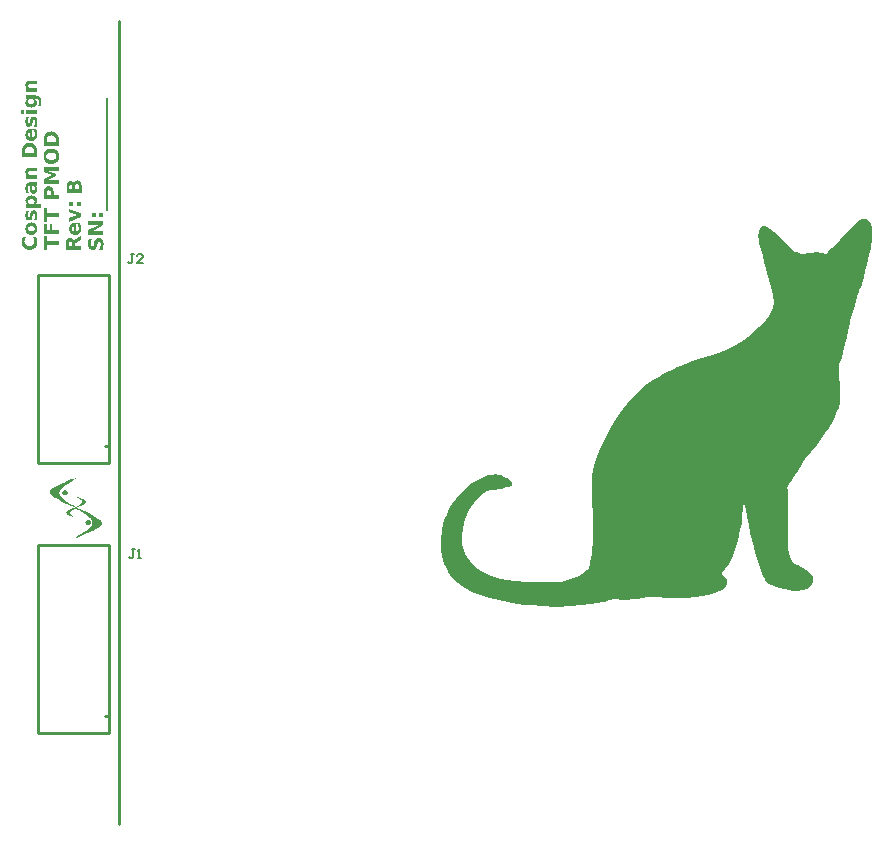
<source format=gto>
G04 Layer_Color=65535*
%FSLAX24Y24*%
%MOIN*%
G70*
G01*
G75*
%ADD10C,0.0060*%
%ADD47C,0.0100*%
G36*
X1303Y23096D02*
X1308Y23096D01*
X1322Y23094D01*
X1337Y23092D01*
X1354Y23089D01*
X1372Y23085D01*
X1389Y23079D01*
X1390Y23079D01*
X1391Y23078D01*
X1394Y23077D01*
X1397Y23076D01*
X1405Y23071D01*
X1416Y23066D01*
X1428Y23059D01*
X1441Y23050D01*
X1454Y23039D01*
X1468Y23027D01*
X1468Y23026D01*
X1469Y23025D01*
X1471Y23022D01*
X1474Y23019D01*
X1477Y23016D01*
X1481Y23011D01*
X1489Y22999D01*
X1499Y22985D01*
X1508Y22969D01*
X1516Y22950D01*
X1523Y22930D01*
X1523Y22929D01*
X1524Y22927D01*
X1525Y22924D01*
X1525Y22920D01*
X1527Y22914D01*
X1528Y22906D01*
X1530Y22897D01*
X1531Y22888D01*
X1532Y22877D01*
X1533Y22864D01*
X1535Y22850D01*
X1536Y22834D01*
X1537Y22818D01*
X1538Y22800D01*
X1539Y22781D01*
X1539Y22760D01*
X1539Y22625D01*
X1038Y22625D01*
X1038Y22760D01*
X1038Y22762D01*
X1038Y22766D01*
X1038Y22772D01*
X1038Y22779D01*
X1038Y22789D01*
X1038Y22800D01*
X1039Y22812D01*
X1040Y22825D01*
X1041Y22852D01*
X1044Y22880D01*
X1047Y22894D01*
X1049Y22907D01*
X1051Y22920D01*
X1054Y22931D01*
X1054Y22931D01*
X1055Y22933D01*
X1055Y22936D01*
X1057Y22940D01*
X1059Y22945D01*
X1061Y22951D01*
X1067Y22964D01*
X1075Y22979D01*
X1084Y22995D01*
X1096Y23011D01*
X1109Y23027D01*
X1109Y23028D01*
X1111Y23028D01*
X1115Y23033D01*
X1123Y23039D01*
X1132Y23046D01*
X1144Y23055D01*
X1157Y23063D01*
X1172Y23071D01*
X1188Y23079D01*
X1189Y23079D01*
X1190Y23079D01*
X1192Y23080D01*
X1196Y23082D01*
X1200Y23083D01*
X1205Y23085D01*
X1211Y23086D01*
X1217Y23088D01*
X1232Y23091D01*
X1249Y23093D01*
X1268Y23096D01*
X1288Y23096D01*
X1297Y23096D01*
X1303Y23096D01*
X1303Y23096D02*
G37*
G36*
X2879Y19544D02*
X2887Y19544D01*
X2894Y19542D01*
X2903Y19541D01*
X2913Y19539D01*
X2933Y19533D01*
X2943Y19529D01*
X2953Y19524D01*
X2963Y19519D01*
X2973Y19512D01*
X2982Y19504D01*
X2990Y19496D01*
X2990Y19495D01*
X2991Y19493D01*
X2993Y19490D01*
X2996Y19487D01*
X2999Y19482D01*
X3002Y19475D01*
X3006Y19467D01*
X3010Y19459D01*
X3013Y19448D01*
X3017Y19437D01*
X3020Y19425D01*
X3024Y19412D01*
X3026Y19397D01*
X3028Y19381D01*
X3029Y19364D01*
X3030Y19345D01*
X3030Y19345D01*
X3030Y19343D01*
X3030Y19341D01*
X3030Y19337D01*
X3030Y19333D01*
X3029Y19328D01*
X3028Y19316D01*
X3027Y19301D01*
X3026Y19285D01*
X3024Y19268D01*
X3021Y19250D01*
X3021Y19249D01*
X3020Y19248D01*
X3020Y19245D01*
X3019Y19242D01*
X3018Y19237D01*
X3017Y19232D01*
X3014Y19220D01*
X3010Y19205D01*
X3006Y19189D01*
X3000Y19172D01*
X2994Y19154D01*
X2885Y19154D01*
X2885Y19155D01*
X2887Y19157D01*
X2888Y19159D01*
X2890Y19163D01*
X2892Y19167D01*
X2894Y19171D01*
X2900Y19184D01*
X2906Y19197D01*
X2913Y19213D01*
X2919Y19229D01*
X2924Y19246D01*
X2924Y19247D01*
X2925Y19248D01*
X2925Y19251D01*
X2926Y19254D01*
X2927Y19258D01*
X2928Y19262D01*
X2930Y19274D01*
X2933Y19288D01*
X2934Y19302D01*
X2936Y19318D01*
X2936Y19334D01*
X2936Y19334D01*
X2936Y19336D01*
X2936Y19337D01*
X2936Y19340D01*
X2936Y19348D01*
X2935Y19357D01*
X2933Y19368D01*
X2930Y19379D01*
X2927Y19389D01*
X2922Y19398D01*
X2922Y19399D01*
X2919Y19402D01*
X2916Y19405D01*
X2912Y19410D01*
X2906Y19413D01*
X2899Y19417D01*
X2891Y19420D01*
X2882Y19421D01*
X2879Y19421D01*
X2874Y19420D01*
X2869Y19419D01*
X2863Y19417D01*
X2857Y19414D01*
X2851Y19410D01*
X2846Y19405D01*
X2845Y19405D01*
X2844Y19402D01*
X2842Y19398D01*
X2839Y19392D01*
X2835Y19384D01*
X2831Y19373D01*
X2827Y19359D01*
X2823Y19344D01*
X2812Y19294D01*
X2812Y19294D01*
X2811Y19291D01*
X2811Y19287D01*
X2809Y19282D01*
X2807Y19276D01*
X2805Y19268D01*
X2802Y19261D01*
X2799Y19252D01*
X2792Y19234D01*
X2784Y19216D01*
X2773Y19199D01*
X2767Y19191D01*
X2761Y19184D01*
X2760Y19184D01*
X2760Y19183D01*
X2757Y19181D01*
X2754Y19179D01*
X2751Y19176D01*
X2747Y19173D01*
X2736Y19167D01*
X2722Y19161D01*
X2706Y19155D01*
X2687Y19151D01*
X2677Y19151D01*
X2666Y19150D01*
X2658Y19150D01*
X2653Y19151D01*
X2647Y19151D01*
X2640Y19152D01*
X2632Y19154D01*
X2623Y19156D01*
X2605Y19162D01*
X2595Y19166D01*
X2586Y19170D01*
X2576Y19176D01*
X2567Y19183D01*
X2559Y19190D01*
X2551Y19198D01*
X2550Y19199D01*
X2549Y19200D01*
X2547Y19203D01*
X2544Y19207D01*
X2541Y19212D01*
X2538Y19218D01*
X2535Y19225D01*
X2530Y19234D01*
X2526Y19243D01*
X2523Y19253D01*
X2520Y19265D01*
X2517Y19277D01*
X2514Y19291D01*
X2512Y19305D01*
X2511Y19321D01*
X2510Y19337D01*
X2510Y19338D01*
X2510Y19339D01*
X2510Y19341D01*
X2510Y19345D01*
X2510Y19353D01*
X2511Y19363D01*
X2512Y19376D01*
X2513Y19390D01*
X2515Y19405D01*
X2517Y19422D01*
X2517Y19422D01*
X2517Y19424D01*
X2518Y19426D01*
X2518Y19429D01*
X2518Y19433D01*
X2519Y19438D01*
X2521Y19450D01*
X2524Y19463D01*
X2527Y19479D01*
X2531Y19495D01*
X2535Y19513D01*
X2640Y19513D01*
X2640Y19512D01*
X2640Y19511D01*
X2639Y19509D01*
X2637Y19505D01*
X2634Y19497D01*
X2630Y19487D01*
X2626Y19475D01*
X2621Y19461D01*
X2617Y19446D01*
X2613Y19431D01*
X2613Y19430D01*
X2612Y19430D01*
X2612Y19427D01*
X2612Y19425D01*
X2610Y19417D01*
X2608Y19408D01*
X2606Y19396D01*
X2605Y19383D01*
X2604Y19371D01*
X2603Y19357D01*
X2603Y19356D01*
X2603Y19355D01*
X2603Y19353D01*
X2603Y19350D01*
X2604Y19342D01*
X2605Y19331D01*
X2606Y19320D01*
X2609Y19308D01*
X2612Y19298D01*
X2617Y19288D01*
X2617Y19288D01*
X2619Y19285D01*
X2622Y19282D01*
X2626Y19278D01*
X2632Y19274D01*
X2638Y19271D01*
X2646Y19268D01*
X2656Y19267D01*
X2659Y19267D01*
X2663Y19268D01*
X2667Y19269D01*
X2672Y19271D01*
X2677Y19273D01*
X2683Y19277D01*
X2688Y19282D01*
X2688Y19282D01*
X2689Y19285D01*
X2691Y19288D01*
X2694Y19294D01*
X2697Y19302D01*
X2700Y19311D01*
X2704Y19322D01*
X2707Y19336D01*
X2718Y19391D01*
X2718Y19392D01*
X2719Y19395D01*
X2720Y19399D01*
X2721Y19405D01*
X2723Y19411D01*
X2725Y19419D01*
X2728Y19428D01*
X2731Y19437D01*
X2737Y19456D01*
X2746Y19476D01*
X2757Y19494D01*
X2762Y19502D01*
X2769Y19510D01*
X2770Y19510D01*
X2771Y19511D01*
X2773Y19513D01*
X2775Y19516D01*
X2779Y19518D01*
X2783Y19521D01*
X2788Y19524D01*
X2794Y19527D01*
X2808Y19534D01*
X2825Y19540D01*
X2844Y19544D01*
X2854Y19544D01*
X2866Y19545D01*
X2874Y19545D01*
X2879Y19544D01*
X2879Y19544D02*
G37*
G36*
X1301Y22527D02*
X1309Y22527D01*
X1320Y22525D01*
X1331Y22524D01*
X1344Y22521D01*
X1359Y22518D01*
X1374Y22515D01*
X1389Y22510D01*
X1405Y22505D01*
X1421Y22499D01*
X1437Y22490D01*
X1451Y22481D01*
X1466Y22470D01*
X1479Y22459D01*
X1480Y22458D01*
X1482Y22456D01*
X1486Y22451D01*
X1490Y22446D01*
X1496Y22439D01*
X1501Y22430D01*
X1508Y22421D01*
X1514Y22410D01*
X1520Y22396D01*
X1527Y22382D01*
X1532Y22367D01*
X1537Y22350D01*
X1542Y22332D01*
X1545Y22313D01*
X1548Y22292D01*
X1548Y22270D01*
X1548Y22268D01*
X1548Y22265D01*
X1548Y22258D01*
X1548Y22250D01*
X1546Y22239D01*
X1545Y22228D01*
X1542Y22215D01*
X1539Y22201D01*
X1536Y22186D01*
X1531Y22171D01*
X1526Y22155D01*
X1519Y22139D01*
X1511Y22123D01*
X1502Y22109D01*
X1491Y22094D01*
X1479Y22080D01*
X1479Y22080D01*
X1477Y22077D01*
X1472Y22074D01*
X1467Y22070D01*
X1459Y22065D01*
X1451Y22059D01*
X1441Y22053D01*
X1430Y22046D01*
X1417Y22040D01*
X1403Y22034D01*
X1387Y22028D01*
X1370Y22023D01*
X1352Y22019D01*
X1332Y22015D01*
X1311Y22013D01*
X1289Y22012D01*
X1284Y22012D01*
X1277Y22013D01*
X1269Y22013D01*
X1259Y22015D01*
X1247Y22016D01*
X1234Y22018D01*
X1220Y22021D01*
X1205Y22024D01*
X1189Y22029D01*
X1173Y22035D01*
X1158Y22041D01*
X1141Y22049D01*
X1126Y22058D01*
X1112Y22069D01*
X1098Y22080D01*
X1098Y22081D01*
X1095Y22083D01*
X1092Y22088D01*
X1087Y22093D01*
X1082Y22100D01*
X1076Y22109D01*
X1070Y22119D01*
X1064Y22130D01*
X1057Y22143D01*
X1051Y22157D01*
X1045Y22172D01*
X1040Y22189D01*
X1035Y22208D01*
X1032Y22227D01*
X1030Y22248D01*
X1029Y22270D01*
X1029Y22271D01*
X1029Y22275D01*
X1030Y22282D01*
X1030Y22290D01*
X1031Y22300D01*
X1033Y22311D01*
X1035Y22325D01*
X1038Y22339D01*
X1041Y22353D01*
X1046Y22369D01*
X1052Y22385D01*
X1058Y22400D01*
X1066Y22416D01*
X1075Y22431D01*
X1086Y22445D01*
X1098Y22459D01*
X1099Y22459D01*
X1101Y22462D01*
X1106Y22465D01*
X1111Y22470D01*
X1118Y22475D01*
X1126Y22480D01*
X1137Y22487D01*
X1148Y22493D01*
X1161Y22499D01*
X1175Y22506D01*
X1191Y22511D01*
X1208Y22517D01*
X1226Y22521D01*
X1246Y22524D01*
X1267Y22527D01*
X1289Y22527D01*
X1294Y22527D01*
X1301Y22527D01*
X1301Y22527D02*
G37*
G36*
X1215Y21266D02*
X1221Y21266D01*
X1229Y21264D01*
X1237Y21263D01*
X1246Y21260D01*
X1256Y21258D01*
X1266Y21255D01*
X1276Y21250D01*
X1286Y21246D01*
X1296Y21239D01*
X1306Y21232D01*
X1314Y21224D01*
X1323Y21215D01*
X1323Y21215D01*
X1324Y21213D01*
X1326Y21210D01*
X1329Y21206D01*
X1332Y21201D01*
X1336Y21194D01*
X1340Y21186D01*
X1343Y21178D01*
X1348Y21168D01*
X1351Y21157D01*
X1355Y21145D01*
X1358Y21132D01*
X1361Y21118D01*
X1363Y21103D01*
X1364Y21087D01*
X1365Y21069D01*
X1365Y20984D01*
X1539Y20984D01*
X1539Y20855D01*
X1038Y20855D01*
X1038Y21069D01*
X1038Y21070D01*
X1038Y21073D01*
X1038Y21078D01*
X1038Y21084D01*
X1039Y21093D01*
X1040Y21101D01*
X1041Y21112D01*
X1043Y21123D01*
X1048Y21147D01*
X1052Y21159D01*
X1055Y21171D01*
X1061Y21183D01*
X1067Y21195D01*
X1073Y21205D01*
X1081Y21215D01*
X1081Y21216D01*
X1083Y21218D01*
X1085Y21220D01*
X1089Y21223D01*
X1092Y21227D01*
X1098Y21232D01*
X1104Y21237D01*
X1112Y21241D01*
X1120Y21246D01*
X1129Y21251D01*
X1138Y21255D01*
X1149Y21259D01*
X1161Y21263D01*
X1174Y21265D01*
X1187Y21266D01*
X1201Y21267D01*
X1209Y21267D01*
X1215Y21266D01*
X1215Y21266D02*
G37*
G36*
X1539Y21793D02*
X1172Y21793D01*
X1442Y21677D01*
X1442Y21596D01*
X1172Y21480D01*
X1539Y21480D01*
X1539Y21358D01*
X1038Y21358D01*
X1038Y21522D01*
X1306Y21636D01*
X1038Y21751D01*
X1038Y21915D01*
X1539Y21915D01*
X1539Y21793D01*
X1539Y21793D02*
G37*
G36*
X3182Y23878D02*
X3182Y23535D01*
X3182Y23191D01*
X3182Y22848D01*
X3182Y22504D01*
X3182Y22161D01*
X3182Y21818D01*
X3182Y21474D01*
X3182Y21131D01*
X3182Y20788D01*
X3182Y20444D01*
X3118Y20444D01*
X3118Y20788D01*
X3118Y21131D01*
X3118Y21474D01*
X3118Y21818D01*
X3118Y22161D01*
X3118Y22504D01*
X3118Y22848D01*
X3118Y23191D01*
X3118Y23535D01*
X3118Y23878D01*
X3118Y24221D01*
X3182Y24221D01*
X3182Y23878D01*
X3182Y23878D02*
G37*
G36*
X783Y19575D02*
X783Y19574D01*
X786Y19570D01*
X789Y19562D01*
X793Y19553D01*
X797Y19541D01*
X802Y19529D01*
X806Y19516D01*
X810Y19501D01*
X810Y19500D01*
X811Y19499D01*
X811Y19497D01*
X811Y19494D01*
X813Y19487D01*
X814Y19476D01*
X817Y19464D01*
X818Y19451D01*
X819Y19436D01*
X820Y19421D01*
X820Y19419D01*
X820Y19416D01*
X819Y19409D01*
X818Y19400D01*
X817Y19390D01*
X816Y19377D01*
X814Y19364D01*
X811Y19349D01*
X807Y19334D01*
X803Y19317D01*
X797Y19301D01*
X790Y19285D01*
X783Y19268D01*
X773Y19252D01*
X763Y19237D01*
X750Y19223D01*
X749Y19222D01*
X747Y19220D01*
X743Y19216D01*
X737Y19211D01*
X730Y19205D01*
X722Y19200D01*
X712Y19193D01*
X700Y19186D01*
X687Y19180D01*
X673Y19173D01*
X658Y19167D01*
X641Y19161D01*
X623Y19157D01*
X603Y19153D01*
X583Y19151D01*
X561Y19150D01*
X555Y19150D01*
X549Y19151D01*
X541Y19151D01*
X530Y19152D01*
X518Y19154D01*
X506Y19156D01*
X492Y19159D01*
X477Y19163D01*
X461Y19168D01*
X445Y19174D01*
X430Y19180D01*
X414Y19189D01*
X399Y19199D01*
X384Y19210D01*
X370Y19223D01*
X370Y19223D01*
X367Y19226D01*
X364Y19230D01*
X359Y19236D01*
X354Y19243D01*
X348Y19252D01*
X342Y19262D01*
X335Y19275D01*
X329Y19288D01*
X322Y19303D01*
X316Y19319D01*
X311Y19337D01*
X307Y19356D01*
X303Y19376D01*
X301Y19398D01*
X300Y19421D01*
X300Y19422D01*
X300Y19423D01*
X300Y19425D01*
X300Y19428D01*
X301Y19436D01*
X302Y19447D01*
X302Y19459D01*
X304Y19472D01*
X307Y19486D01*
X310Y19501D01*
X310Y19502D01*
X311Y19502D01*
X311Y19504D01*
X311Y19507D01*
X313Y19515D01*
X317Y19525D01*
X321Y19536D01*
X325Y19549D01*
X331Y19562D01*
X338Y19576D01*
X441Y19576D01*
X441Y19575D01*
X440Y19574D01*
X437Y19570D01*
X433Y19562D01*
X427Y19553D01*
X421Y19542D01*
X416Y19530D01*
X410Y19518D01*
X405Y19504D01*
X405Y19504D01*
X404Y19503D01*
X403Y19499D01*
X402Y19491D01*
X399Y19482D01*
X397Y19471D01*
X395Y19459D01*
X394Y19445D01*
X393Y19431D01*
X393Y19430D01*
X393Y19428D01*
X393Y19425D01*
X394Y19420D01*
X395Y19414D01*
X396Y19407D01*
X397Y19399D01*
X399Y19391D01*
X404Y19374D01*
X407Y19365D01*
X412Y19356D01*
X417Y19347D01*
X423Y19339D01*
X430Y19330D01*
X438Y19322D01*
X439Y19322D01*
X440Y19321D01*
X442Y19319D01*
X446Y19317D01*
X450Y19314D01*
X456Y19310D01*
X462Y19306D01*
X470Y19303D01*
X478Y19299D01*
X487Y19296D01*
X497Y19292D01*
X508Y19289D01*
X520Y19287D01*
X532Y19285D01*
X547Y19284D01*
X561Y19283D01*
X568Y19283D01*
X573Y19284D01*
X580Y19285D01*
X587Y19285D01*
X596Y19286D01*
X605Y19288D01*
X624Y19293D01*
X645Y19299D01*
X655Y19304D01*
X665Y19310D01*
X674Y19316D01*
X683Y19322D01*
X683Y19323D01*
X685Y19324D01*
X686Y19327D01*
X689Y19330D01*
X693Y19334D01*
X697Y19339D01*
X700Y19344D01*
X704Y19351D01*
X709Y19358D01*
X712Y19366D01*
X716Y19375D01*
X720Y19385D01*
X723Y19396D01*
X724Y19407D01*
X726Y19419D01*
X726Y19431D01*
X726Y19432D01*
X726Y19433D01*
X726Y19435D01*
X726Y19438D01*
X726Y19445D01*
X725Y19455D01*
X723Y19466D01*
X722Y19479D01*
X719Y19491D01*
X715Y19504D01*
X715Y19505D01*
X715Y19506D01*
X713Y19510D01*
X710Y19517D01*
X706Y19527D01*
X701Y19537D01*
X695Y19549D01*
X688Y19562D01*
X679Y19576D01*
X783Y19576D01*
X783Y19575D01*
X783Y19575D02*
G37*
G36*
X3020Y20247D02*
X2891Y20247D01*
X2891Y20368D01*
X3020Y20368D01*
X3020Y20247D01*
X3020Y20247D02*
G37*
G36*
X3020Y19962D02*
X2677Y19780D01*
X3020Y19780D01*
X3020Y19658D01*
X2519Y19658D01*
X2519Y19801D01*
X2863Y19984D01*
X2519Y19984D01*
X2519Y20106D01*
X3020Y20106D01*
X3020Y19962D01*
X3020Y19962D02*
G37*
G36*
X2774Y20247D02*
X2644Y20247D01*
X2644Y20368D01*
X2774Y20368D01*
X2774Y20247D01*
X2774Y20247D02*
G37*
G36*
X2116Y19768D02*
X2118Y19768D01*
X2120Y19769D01*
X2123Y19769D01*
X2131Y19770D01*
X2140Y19773D01*
X2150Y19777D01*
X2160Y19782D01*
X2171Y19789D01*
X2180Y19798D01*
X2180Y19799D01*
X2183Y19803D01*
X2186Y19809D01*
X2190Y19817D01*
X2194Y19827D01*
X2197Y19840D01*
X2200Y19854D01*
X2200Y19871D01*
X2200Y19872D01*
X2200Y19873D01*
X2200Y19875D01*
X2200Y19878D01*
X2200Y19886D01*
X2199Y19895D01*
X2197Y19907D01*
X2196Y19920D01*
X2193Y19934D01*
X2189Y19949D01*
X2189Y19950D01*
X2189Y19951D01*
X2188Y19953D01*
X2187Y19956D01*
X2185Y19964D01*
X2181Y19974D01*
X2176Y19987D01*
X2170Y20001D01*
X2163Y20016D01*
X2155Y20031D01*
X2248Y20031D01*
X2248Y20031D01*
X2248Y20029D01*
X2249Y20027D01*
X2251Y20024D01*
X2251Y20020D01*
X2254Y20016D01*
X2257Y20005D01*
X2261Y19991D01*
X2265Y19977D01*
X2268Y19962D01*
X2272Y19945D01*
X2272Y19945D01*
X2272Y19943D01*
X2273Y19941D01*
X2274Y19938D01*
X2274Y19934D01*
X2274Y19930D01*
X2276Y19919D01*
X2277Y19906D01*
X2279Y19891D01*
X2280Y19877D01*
X2280Y19860D01*
X2280Y19859D01*
X2280Y19856D01*
X2280Y19851D01*
X2280Y19843D01*
X2279Y19835D01*
X2277Y19825D01*
X2276Y19815D01*
X2274Y19803D01*
X2271Y19790D01*
X2268Y19777D01*
X2263Y19763D01*
X2258Y19751D01*
X2252Y19738D01*
X2246Y19725D01*
X2237Y19713D01*
X2228Y19702D01*
X2228Y19701D01*
X2226Y19700D01*
X2223Y19697D01*
X2219Y19693D01*
X2214Y19689D01*
X2207Y19684D01*
X2200Y19679D01*
X2191Y19674D01*
X2181Y19669D01*
X2170Y19664D01*
X2158Y19659D01*
X2146Y19655D01*
X2132Y19651D01*
X2117Y19648D01*
X2100Y19647D01*
X2083Y19646D01*
X2080Y19646D01*
X2075Y19647D01*
X2068Y19647D01*
X2061Y19647D01*
X2052Y19649D01*
X2042Y19650D01*
X2031Y19652D01*
X2020Y19655D01*
X2008Y19659D01*
X1996Y19664D01*
X1984Y19669D01*
X1972Y19675D01*
X1961Y19683D01*
X1950Y19692D01*
X1939Y19701D01*
X1938Y19702D01*
X1937Y19704D01*
X1934Y19707D01*
X1931Y19712D01*
X1927Y19717D01*
X1922Y19724D01*
X1918Y19732D01*
X1913Y19741D01*
X1907Y19752D01*
X1903Y19763D01*
X1898Y19775D01*
X1894Y19789D01*
X1891Y19803D01*
X1888Y19820D01*
X1887Y19836D01*
X1886Y19854D01*
X1886Y19854D01*
X1886Y19857D01*
X1886Y19863D01*
X1887Y19869D01*
X1887Y19876D01*
X1889Y19885D01*
X1890Y19894D01*
X1893Y19905D01*
X1895Y19916D01*
X1899Y19928D01*
X1904Y19940D01*
X1909Y19951D01*
X1915Y19963D01*
X1922Y19974D01*
X1930Y19985D01*
X1940Y19996D01*
X1941Y19997D01*
X1942Y19998D01*
X1945Y20001D01*
X1950Y20004D01*
X1955Y20008D01*
X1961Y20013D01*
X1969Y20017D01*
X1978Y20022D01*
X1987Y20028D01*
X1998Y20032D01*
X2009Y20037D01*
X2022Y20041D01*
X2036Y20044D01*
X2050Y20047D01*
X2066Y20048D01*
X2082Y20049D01*
X2116Y20049D01*
X2116Y19768D01*
X2116Y19768D02*
G37*
G36*
X2271Y20371D02*
X2271Y20239D01*
X1895Y20092D01*
X1895Y20212D01*
X2155Y20305D01*
X1895Y20398D01*
X1895Y20519D01*
X2271Y20371D01*
X2271Y20371D02*
G37*
G36*
X2271Y19464D02*
X2146Y19404D01*
X2146Y19404D01*
X2145Y19403D01*
X2140Y19401D01*
X2134Y19397D01*
X2126Y19392D01*
X2118Y19387D01*
X2109Y19380D01*
X2101Y19373D01*
X2095Y19366D01*
X2095Y19365D01*
X2093Y19362D01*
X2091Y19359D01*
X2088Y19353D01*
X2086Y19345D01*
X2083Y19336D01*
X2082Y19326D01*
X2081Y19315D01*
X2081Y19279D01*
X2271Y19279D01*
X2271Y19150D01*
X1770Y19150D01*
X1770Y19347D01*
X1770Y19348D01*
X1770Y19351D01*
X1770Y19356D01*
X1770Y19363D01*
X1770Y19371D01*
X1771Y19381D01*
X1773Y19391D01*
X1774Y19402D01*
X1778Y19426D01*
X1784Y19450D01*
X1787Y19462D01*
X1792Y19473D01*
X1797Y19483D01*
X1803Y19492D01*
X1803Y19493D01*
X1804Y19494D01*
X1807Y19496D01*
X1810Y19499D01*
X1813Y19503D01*
X1817Y19507D01*
X1822Y19511D01*
X1829Y19516D01*
X1836Y19519D01*
X1843Y19524D01*
X1852Y19527D01*
X1861Y19531D01*
X1872Y19534D01*
X1883Y19536D01*
X1895Y19538D01*
X1908Y19539D01*
X1916Y19539D01*
X1921Y19538D01*
X1925Y19537D01*
X1937Y19536D01*
X1950Y19533D01*
X1964Y19528D01*
X1978Y19522D01*
X1990Y19514D01*
X1992Y19513D01*
X1995Y19510D01*
X2001Y19504D01*
X2008Y19496D01*
X2015Y19486D01*
X2024Y19474D01*
X2031Y19459D01*
X2037Y19442D01*
X2037Y19444D01*
X2038Y19447D01*
X2040Y19452D01*
X2043Y19459D01*
X2046Y19465D01*
X2051Y19473D01*
X2057Y19482D01*
X2064Y19490D01*
X2065Y19490D01*
X2068Y19493D01*
X2073Y19497D01*
X2080Y19503D01*
X2089Y19509D01*
X2100Y19516D01*
X2114Y19524D01*
X2129Y19532D01*
X2271Y19602D01*
X2271Y19464D01*
X2271Y19464D02*
G37*
G36*
X28505Y20148D02*
X28533Y20120D01*
X28575Y20065D01*
X28602Y19995D01*
X28644Y19884D01*
X28658Y19731D01*
X28658Y19676D01*
X28658Y19662D01*
X28658Y19593D01*
X28644Y19481D01*
X28630Y19412D01*
X28616Y19329D01*
X28602Y19218D01*
X28575Y19093D01*
X28547Y18968D01*
X28505Y18815D01*
X28477Y18634D01*
X28422Y18454D01*
X28366Y18245D01*
X28311Y18009D01*
X28297Y17982D01*
X28269Y17926D01*
X28227Y17829D01*
X28214Y17759D01*
X28186Y17676D01*
X28144Y17565D01*
X28116Y17454D01*
X28075Y17315D01*
X28033Y17162D01*
X27977Y16982D01*
X27922Y16773D01*
X27922Y16759D01*
X27908Y16732D01*
X27908Y16676D01*
X27894Y16621D01*
X27866Y16537D01*
X27852Y16440D01*
X27811Y16232D01*
X27755Y16009D01*
X27686Y15759D01*
X27630Y15537D01*
X27561Y15343D01*
X27561Y15121D01*
X27561Y15107D01*
X27561Y15051D01*
X27561Y14954D01*
X27561Y14843D01*
X27575Y14704D01*
X27575Y14523D01*
X27575Y14343D01*
X27589Y14135D01*
X27589Y14107D01*
X27575Y14065D01*
X27575Y14023D01*
X27547Y13954D01*
X27533Y13871D01*
X27491Y13773D01*
X27436Y13662D01*
X27380Y13523D01*
X27297Y13385D01*
X27200Y13218D01*
X27089Y13051D01*
X26950Y12857D01*
X26797Y12649D01*
X26616Y12412D01*
X26408Y12176D01*
X26408Y12162D01*
X26394Y12149D01*
X26339Y12065D01*
X26269Y11940D01*
X26186Y11787D01*
X26089Y11635D01*
X25991Y11468D01*
X25894Y11329D01*
X25811Y11218D01*
X25839Y11163D01*
X25839Y9413D01*
X25839Y9399D01*
X25839Y9385D01*
X25839Y9302D01*
X25853Y9190D01*
X25880Y9052D01*
X25922Y8913D01*
X25991Y8788D01*
X26075Y8690D01*
X26130Y8649D01*
X26200Y8635D01*
X26228Y8621D01*
X26283Y8593D01*
X26353Y8538D01*
X26450Y8482D01*
X26533Y8413D01*
X26616Y8329D01*
X26672Y8246D01*
X26686Y8177D01*
X26686Y8121D01*
X26686Y8107D01*
X26672Y8066D01*
X26658Y8010D01*
X26616Y7954D01*
X26561Y7899D01*
X26464Y7843D01*
X26325Y7802D01*
X26144Y7788D01*
X26019Y7788D01*
X25894Y7802D01*
X25741Y7829D01*
X25561Y7871D01*
X25394Y7941D01*
X25228Y8024D01*
X25089Y8149D01*
X25089Y8163D01*
X25075Y8191D01*
X25047Y8232D01*
X25019Y8288D01*
X24992Y8371D01*
X24950Y8482D01*
X24908Y8593D01*
X24853Y8732D01*
X24811Y8885D01*
X24755Y9065D01*
X24700Y9260D01*
X24644Y9482D01*
X24589Y9718D01*
X24533Y9968D01*
X24492Y10246D01*
X24436Y10538D01*
X24422Y10551D01*
X24408Y10607D01*
X24394Y10663D01*
X24380Y10732D01*
X24353Y10732D01*
X24353Y10718D01*
X24353Y10663D01*
X24353Y10579D01*
X24339Y10468D01*
X24325Y10329D01*
X24311Y10176D01*
X24297Y10010D01*
X24255Y9829D01*
X24172Y9454D01*
X24047Y9052D01*
X23964Y8871D01*
X23867Y8690D01*
X23742Y8524D01*
X23617Y8371D01*
X23631Y8371D01*
X23658Y8343D01*
X23714Y8288D01*
X23756Y8246D01*
X23811Y8177D01*
X23811Y8010D01*
X23811Y7996D01*
X23783Y7941D01*
X23756Y7899D01*
X23700Y7857D01*
X23644Y7816D01*
X23561Y7774D01*
X23464Y7732D01*
X23325Y7691D01*
X23172Y7649D01*
X22978Y7607D01*
X22742Y7579D01*
X22478Y7552D01*
X22172Y7538D01*
X21825Y7538D01*
X21464Y7593D01*
X21422Y7593D01*
X21381Y7579D01*
X21325Y7579D01*
X21172Y7566D01*
X20992Y7538D01*
X20811Y7524D01*
X20645Y7496D01*
X20506Y7482D01*
X20422Y7482D01*
X20020Y7510D01*
X20006Y7510D01*
X19992Y7496D01*
X19950Y7482D01*
X19895Y7468D01*
X19811Y7454D01*
X19728Y7427D01*
X19631Y7413D01*
X19520Y7385D01*
X19256Y7343D01*
X18936Y7302D01*
X18575Y7274D01*
X18173Y7260D01*
X17964Y7260D01*
X17811Y7274D01*
X17617Y7274D01*
X17381Y7302D01*
X17117Y7316D01*
X16825Y7357D01*
X16520Y7413D01*
X16214Y7468D01*
X15909Y7552D01*
X15603Y7635D01*
X15325Y7746D01*
X15062Y7885D01*
X14839Y8038D01*
X14659Y8218D01*
X14576Y8315D01*
X14520Y8427D01*
X14506Y8440D01*
X14478Y8496D01*
X14437Y8579D01*
X14395Y8690D01*
X14353Y8815D01*
X14312Y8968D01*
X14284Y9135D01*
X14270Y9302D01*
X14270Y9440D01*
X14270Y9454D01*
X14270Y9510D01*
X14284Y9593D01*
X14298Y9704D01*
X14312Y9829D01*
X14353Y9982D01*
X14395Y10135D01*
X14464Y10315D01*
X14548Y10496D01*
X14659Y10676D01*
X14784Y10857D01*
X14937Y11038D01*
X15117Y11204D01*
X15325Y11371D01*
X15562Y11510D01*
X15839Y11635D01*
X15909Y11635D01*
X15978Y11649D01*
X16062Y11662D01*
X16117Y11662D01*
X16187Y11649D01*
X16270Y11635D01*
X16367Y11593D01*
X16464Y11551D01*
X16562Y11482D01*
X16659Y11385D01*
X16659Y11329D01*
X16645Y11315D01*
X16617Y11288D01*
X16548Y11260D01*
X16450Y11232D01*
X16381Y11204D01*
X16284Y11190D01*
X16187Y11163D01*
X16075Y11149D01*
X15937Y11135D01*
X15784Y11107D01*
X15770Y11107D01*
X15742Y11079D01*
X15714Y11051D01*
X15659Y11010D01*
X15520Y10885D01*
X15381Y10704D01*
X15228Y10468D01*
X15089Y10176D01*
X15034Y10024D01*
X15006Y9843D01*
X14978Y9649D01*
X14964Y9440D01*
X14964Y9427D01*
X14964Y9385D01*
X14978Y9315D01*
X15006Y9232D01*
X15034Y9135D01*
X15076Y9010D01*
X15145Y8899D01*
X15242Y8774D01*
X15353Y8635D01*
X15506Y8524D01*
X15673Y8413D01*
X15895Y8302D01*
X16145Y8218D01*
X16437Y8149D01*
X16770Y8107D01*
X17159Y8093D01*
X18020Y8093D01*
X18089Y8066D01*
X18131Y8066D01*
X18173Y8079D01*
X18242Y8093D01*
X18409Y8121D01*
X18589Y8177D01*
X18797Y8246D01*
X18978Y8343D01*
X19131Y8482D01*
X19200Y8552D01*
X19242Y8635D01*
X19242Y8649D01*
X19242Y8663D01*
X19256Y8746D01*
X19284Y8857D01*
X19297Y9010D01*
X19325Y9177D01*
X19339Y9357D01*
X19353Y9552D01*
X19353Y9732D01*
X19353Y10093D01*
X19353Y10107D01*
X19353Y10135D01*
X19353Y10190D01*
X19339Y10274D01*
X19339Y10454D01*
X19325Y10663D01*
X19311Y10871D01*
X19311Y11065D01*
X19297Y11149D01*
X19297Y11218D01*
X19297Y11274D01*
X19297Y11301D01*
X19297Y11385D01*
X19297Y11399D01*
X19297Y11454D01*
X19311Y11537D01*
X19325Y11649D01*
X19353Y11787D01*
X19395Y11954D01*
X19450Y12149D01*
X19520Y12357D01*
X19617Y12593D01*
X19742Y12843D01*
X19881Y13121D01*
X20047Y13398D01*
X20256Y13704D01*
X20492Y14010D01*
X20770Y14329D01*
X21089Y14648D01*
X21103Y14662D01*
X21131Y14676D01*
X21172Y14704D01*
X21242Y14746D01*
X21325Y14801D01*
X21422Y14857D01*
X21533Y14926D01*
X21672Y14996D01*
X21811Y15079D01*
X21978Y15148D01*
X22158Y15232D01*
X22339Y15315D01*
X22756Y15482D01*
X23228Y15621D01*
X23242Y15621D01*
X23283Y15634D01*
X23339Y15648D01*
X23408Y15676D01*
X23506Y15704D01*
X23603Y15746D01*
X23839Y15843D01*
X24103Y15982D01*
X24380Y16148D01*
X24630Y16343D01*
X24853Y16579D01*
X24880Y16593D01*
X24936Y16648D01*
X25019Y16718D01*
X25117Y16815D01*
X25200Y16940D01*
X25283Y17065D01*
X25339Y17218D01*
X25367Y17370D01*
X25367Y17426D01*
X25367Y17440D01*
X25367Y17482D01*
X25353Y17551D01*
X25339Y17662D01*
X25311Y17787D01*
X25269Y17954D01*
X25214Y18148D01*
X25144Y18384D01*
X25144Y18398D01*
X25130Y18426D01*
X25117Y18482D01*
X25103Y18551D01*
X25047Y18731D01*
X25005Y18940D01*
X24950Y19162D01*
X24894Y19356D01*
X24880Y19440D01*
X24867Y19509D01*
X24853Y19565D01*
X24853Y19593D01*
X24853Y19648D01*
X24853Y19662D01*
X24867Y19690D01*
X24867Y19745D01*
X24880Y19801D01*
X24908Y19856D01*
X24936Y19912D01*
X24964Y19940D01*
X24992Y19954D01*
X25075Y19954D01*
X25103Y19940D01*
X25158Y19912D01*
X25255Y19843D01*
X25380Y19745D01*
X25464Y19676D01*
X25561Y19593D01*
X25658Y19495D01*
X25783Y19384D01*
X25908Y19259D01*
X26061Y19106D01*
X26089Y19093D01*
X26144Y19065D01*
X26228Y19037D01*
X26325Y19023D01*
X26422Y19023D01*
X26491Y19037D01*
X26630Y19051D01*
X26769Y19079D01*
X26783Y19079D01*
X26839Y19065D01*
X26950Y19051D01*
X27019Y19037D01*
X27103Y19023D01*
X27130Y19037D01*
X27172Y19079D01*
X27255Y19162D01*
X27311Y19218D01*
X27394Y19287D01*
X27477Y19370D01*
X27575Y19481D01*
X27686Y19606D01*
X27825Y19745D01*
X27977Y19912D01*
X28144Y20093D01*
X28158Y20093D01*
X28172Y20106D01*
X28241Y20134D01*
X28311Y20162D01*
X28366Y20176D01*
X28477Y20176D01*
X28505Y20148D01*
X28505Y20148D02*
G37*
G36*
X2168Y21461D02*
X2174Y21461D01*
X2182Y21459D01*
X2197Y21456D01*
X2215Y21450D01*
X2224Y21446D01*
X2233Y21441D01*
X2242Y21436D01*
X2250Y21429D01*
X2257Y21421D01*
X2264Y21413D01*
X2265Y21412D01*
X2266Y21410D01*
X2267Y21407D01*
X2270Y21404D01*
X2273Y21399D01*
X2276Y21392D01*
X2279Y21384D01*
X2282Y21376D01*
X2285Y21366D01*
X2289Y21355D01*
X2292Y21342D01*
X2294Y21329D01*
X2297Y21315D01*
X2299Y21299D01*
X2299Y21282D01*
X2300Y21264D01*
X2300Y21050D01*
X1799Y21050D01*
X1799Y21243D01*
X1799Y21245D01*
X1799Y21248D01*
X1799Y21253D01*
X1800Y21260D01*
X1800Y21269D01*
X1801Y21279D01*
X1802Y21290D01*
X1803Y21301D01*
X1806Y21326D01*
X1812Y21351D01*
X1816Y21363D01*
X1820Y21374D01*
X1825Y21384D01*
X1831Y21394D01*
X1831Y21395D01*
X1832Y21396D01*
X1835Y21399D01*
X1837Y21402D01*
X1840Y21405D01*
X1845Y21409D01*
X1849Y21413D01*
X1855Y21418D01*
X1862Y21422D01*
X1869Y21427D01*
X1878Y21430D01*
X1887Y21434D01*
X1897Y21437D01*
X1908Y21439D01*
X1920Y21441D01*
X1932Y21441D01*
X1938Y21441D01*
X1945Y21441D01*
X1954Y21439D01*
X1963Y21437D01*
X1974Y21434D01*
X1984Y21430D01*
X1994Y21424D01*
X1995Y21424D01*
X1999Y21421D01*
X2003Y21417D01*
X2008Y21412D01*
X2014Y21405D01*
X2021Y21396D01*
X2027Y21387D01*
X2032Y21375D01*
X2032Y21376D01*
X2033Y21376D01*
X2034Y21379D01*
X2034Y21382D01*
X2038Y21389D01*
X2042Y21399D01*
X2048Y21409D01*
X2057Y21419D01*
X2066Y21430D01*
X2077Y21439D01*
X2079Y21440D01*
X2083Y21443D01*
X2090Y21447D01*
X2099Y21451D01*
X2111Y21455D01*
X2124Y21458D01*
X2139Y21461D01*
X2156Y21462D01*
X2163Y21462D01*
X2168Y21461D01*
X2168Y21461D02*
G37*
G36*
X1135Y19807D02*
X1229Y19807D01*
X1229Y20014D01*
X1326Y20014D01*
X1326Y19807D01*
X1539Y19807D01*
X1539Y19678D01*
X1038Y19678D01*
X1038Y20027D01*
X1135Y20027D01*
X1135Y19807D01*
X1135Y19807D02*
G37*
G36*
X1135Y20383D02*
X1539Y20383D01*
X1539Y20254D01*
X1135Y20254D01*
X1135Y20088D01*
X1038Y20088D01*
X1038Y20549D01*
X1135Y20549D01*
X1135Y20383D01*
X1135Y20383D02*
G37*
G36*
X1135Y19445D02*
X1539Y19445D01*
X1539Y19317D01*
X1135Y19317D01*
X1135Y19150D01*
X1038Y19150D01*
X1038Y19611D01*
X1135Y19611D01*
X1135Y19445D01*
X1135Y19445D02*
G37*
G36*
X2024Y20606D02*
X1895Y20606D01*
X1895Y20728D01*
X2024Y20728D01*
X2024Y20606D01*
X2024Y20606D02*
G37*
G36*
X2271Y20606D02*
X2141Y20606D01*
X2141Y20728D01*
X2271Y20728D01*
X2271Y20606D01*
X2271Y20606D02*
G37*
G36*
X638Y20062D02*
X646Y20061D01*
X655Y20059D01*
X665Y20058D01*
X675Y20056D01*
X687Y20053D01*
X699Y20049D01*
X711Y20045D01*
X723Y20039D01*
X735Y20033D01*
X746Y20025D01*
X757Y20017D01*
X768Y20008D01*
X769Y20007D01*
X770Y20005D01*
X772Y20002D01*
X776Y19997D01*
X780Y19992D01*
X784Y19985D01*
X789Y19977D01*
X794Y19968D01*
X798Y19958D01*
X803Y19946D01*
X808Y19934D01*
X811Y19920D01*
X815Y19906D01*
X817Y19890D01*
X819Y19874D01*
X820Y19856D01*
X820Y19855D01*
X820Y19852D01*
X820Y19846D01*
X819Y19840D01*
X818Y19832D01*
X817Y19823D01*
X815Y19812D01*
X813Y19800D01*
X811Y19789D01*
X807Y19776D01*
X803Y19763D01*
X797Y19751D01*
X791Y19738D01*
X785Y19726D01*
X777Y19715D01*
X768Y19704D01*
X767Y19704D01*
X766Y19702D01*
X763Y19699D01*
X758Y19695D01*
X753Y19692D01*
X746Y19687D01*
X739Y19682D01*
X730Y19677D01*
X720Y19672D01*
X709Y19667D01*
X698Y19662D01*
X684Y19658D01*
X670Y19655D01*
X655Y19652D01*
X640Y19650D01*
X623Y19649D01*
X618Y19649D01*
X614Y19650D01*
X607Y19650D01*
X600Y19651D01*
X591Y19652D01*
X581Y19654D01*
X570Y19656D01*
X558Y19659D01*
X547Y19663D01*
X535Y19667D01*
X523Y19672D01*
X510Y19679D01*
X499Y19686D01*
X488Y19695D01*
X478Y19704D01*
X477Y19705D01*
X476Y19706D01*
X473Y19710D01*
X470Y19715D01*
X466Y19720D01*
X461Y19726D01*
X456Y19735D01*
X451Y19743D01*
X447Y19754D01*
X441Y19766D01*
X437Y19778D01*
X433Y19792D01*
X430Y19806D01*
X427Y19822D01*
X426Y19838D01*
X425Y19856D01*
X425Y19857D01*
X425Y19860D01*
X425Y19866D01*
X426Y19872D01*
X427Y19880D01*
X428Y19889D01*
X430Y19900D01*
X432Y19911D01*
X435Y19923D01*
X438Y19936D01*
X442Y19948D01*
X447Y19961D01*
X453Y19974D01*
X461Y19985D01*
X468Y19997D01*
X478Y20008D01*
X478Y20008D01*
X480Y20010D01*
X483Y20013D01*
X487Y20017D01*
X493Y20020D01*
X499Y20025D01*
X507Y20030D01*
X515Y20035D01*
X525Y20040D01*
X536Y20045D01*
X548Y20050D01*
X561Y20054D01*
X575Y20057D01*
X590Y20060D01*
X606Y20062D01*
X623Y20062D01*
X632Y20062D01*
X638Y20062D01*
X638Y20062D02*
G37*
G36*
X574Y22717D02*
X579Y22717D01*
X593Y22715D01*
X609Y22713D01*
X626Y22710D01*
X644Y22706D01*
X661Y22700D01*
X661Y22700D01*
X663Y22699D01*
X665Y22698D01*
X668Y22697D01*
X676Y22692D01*
X687Y22687D01*
X699Y22680D01*
X712Y22671D01*
X726Y22661D01*
X739Y22648D01*
X740Y22647D01*
X740Y22647D01*
X743Y22644D01*
X746Y22641D01*
X749Y22637D01*
X752Y22632D01*
X760Y22621D01*
X770Y22607D01*
X779Y22590D01*
X787Y22571D01*
X794Y22551D01*
X794Y22550D01*
X795Y22548D01*
X796Y22545D01*
X797Y22541D01*
X798Y22535D01*
X800Y22527D01*
X801Y22518D01*
X802Y22509D01*
X803Y22498D01*
X805Y22485D01*
X806Y22471D01*
X808Y22456D01*
X809Y22439D01*
X809Y22422D01*
X810Y22402D01*
X810Y22382D01*
X810Y22246D01*
X309Y22246D01*
X309Y22382D01*
X309Y22383D01*
X309Y22387D01*
X309Y22393D01*
X309Y22400D01*
X310Y22410D01*
X310Y22421D01*
X311Y22433D01*
X311Y22446D01*
X313Y22473D01*
X316Y22501D01*
X318Y22516D01*
X320Y22528D01*
X322Y22541D01*
X325Y22552D01*
X325Y22553D01*
X326Y22554D01*
X327Y22557D01*
X328Y22561D01*
X330Y22566D01*
X333Y22572D01*
X339Y22585D01*
X346Y22600D01*
X356Y22616D01*
X367Y22632D01*
X381Y22648D01*
X381Y22649D01*
X382Y22649D01*
X387Y22654D01*
X394Y22660D01*
X403Y22667D01*
X415Y22676D01*
X428Y22684D01*
X443Y22692D01*
X459Y22700D01*
X460Y22700D01*
X461Y22701D01*
X464Y22701D01*
X467Y22703D01*
X471Y22704D01*
X476Y22706D01*
X482Y22707D01*
X488Y22709D01*
X503Y22712D01*
X520Y22715D01*
X539Y22717D01*
X559Y22718D01*
X569Y22718D01*
X574Y22717D01*
X574Y22717D02*
G37*
G36*
X386Y23685D02*
X288Y23685D01*
X288Y23805D01*
X386Y23805D01*
X386Y23685D01*
X386Y23685D02*
G37*
G36*
X810Y21770D02*
X609Y21770D01*
X598Y21769D01*
X587Y21769D01*
X576Y21768D01*
X568Y21767D01*
X567Y21767D01*
X565Y21767D01*
X561Y21767D01*
X558Y21766D01*
X549Y21763D01*
X544Y21761D01*
X541Y21759D01*
X540Y21759D01*
X538Y21758D01*
X534Y21754D01*
X528Y21748D01*
X522Y21740D01*
X522Y21739D01*
X521Y21738D01*
X520Y21736D01*
X518Y21732D01*
X516Y21724D01*
X515Y21713D01*
X515Y21712D01*
X515Y21711D01*
X516Y21707D01*
X517Y21700D01*
X519Y21691D01*
X523Y21682D01*
X528Y21673D01*
X535Y21663D01*
X545Y21654D01*
X547Y21653D01*
X550Y21651D01*
X557Y21648D01*
X566Y21644D01*
X577Y21639D01*
X591Y21636D01*
X607Y21633D01*
X625Y21633D01*
X810Y21633D01*
X810Y21513D01*
X434Y21513D01*
X434Y21633D01*
X489Y21633D01*
X488Y21634D01*
X484Y21637D01*
X478Y21643D01*
X471Y21650D01*
X464Y21659D01*
X456Y21668D01*
X448Y21679D01*
X441Y21690D01*
X441Y21691D01*
X439Y21695D01*
X436Y21702D01*
X433Y21710D01*
X430Y21720D01*
X427Y21732D01*
X426Y21744D01*
X425Y21758D01*
X425Y21758D01*
X425Y21761D01*
X425Y21764D01*
X426Y21768D01*
X427Y21774D01*
X427Y21780D01*
X430Y21794D01*
X435Y21810D01*
X442Y21827D01*
X447Y21835D01*
X452Y21842D01*
X458Y21850D01*
X465Y21856D01*
X466Y21857D01*
X467Y21858D01*
X470Y21859D01*
X473Y21861D01*
X477Y21864D01*
X481Y21867D01*
X488Y21870D01*
X495Y21873D01*
X502Y21876D01*
X511Y21879D01*
X521Y21882D01*
X531Y21885D01*
X542Y21887D01*
X555Y21889D01*
X567Y21890D01*
X810Y21890D01*
X810Y21770D01*
X810Y21770D02*
G37*
G36*
X2105Y11535D02*
X2104Y11534D01*
X2098Y11531D01*
X2091Y11527D01*
X2082Y11521D01*
X2069Y11514D01*
X2054Y11505D01*
X2037Y11495D01*
X2019Y11484D01*
X1998Y11470D01*
X1977Y11457D01*
X1930Y11427D01*
X1880Y11392D01*
X1829Y11356D01*
X1778Y11319D01*
X1728Y11278D01*
X1680Y11238D01*
X1660Y11219D01*
X1639Y11198D01*
X1621Y11178D01*
X1604Y11159D01*
X1589Y11141D01*
X1576Y11121D01*
X1567Y11103D01*
X1558Y11087D01*
X1554Y11069D01*
X1553Y11053D01*
X1553Y11019D01*
X1554Y11016D01*
X1557Y11009D01*
X1562Y10998D01*
X1571Y10983D01*
X1583Y10965D01*
X1600Y10942D01*
X1622Y10916D01*
X1635Y10902D01*
X1648Y10888D01*
X1664Y10873D01*
X1682Y10858D01*
X1700Y10841D01*
X1721Y10824D01*
X1743Y10806D01*
X1766Y10788D01*
X1793Y10770D01*
X1821Y10752D01*
X1851Y10733D01*
X1883Y10713D01*
X1916Y10694D01*
X1952Y10673D01*
X1991Y10654D01*
X2033Y10633D01*
X2076Y10612D01*
X2122Y10591D01*
X2123Y10593D01*
X2130Y10595D01*
X2138Y10600D01*
X2151Y10607D01*
X2165Y10613D01*
X2180Y10622D01*
X2215Y10643D01*
X2249Y10665D01*
X2266Y10676D01*
X2281Y10688D01*
X2295Y10701D01*
X2306Y10712D01*
X2315Y10723D01*
X2319Y10734D01*
X2319Y10770D01*
X2319Y10772D01*
X2316Y10776D01*
X2313Y10780D01*
X2311Y10784D01*
X2305Y10790D01*
X2298Y10797D01*
X2290Y10805D01*
X2280Y10815D01*
X2266Y10827D01*
X2251Y10840D01*
X2233Y10855D01*
X2211Y10872D01*
X2186Y10891D01*
X2158Y10912D01*
X2177Y10912D01*
X2179Y10911D01*
X2183Y10909D01*
X2188Y10908D01*
X2202Y10902D01*
X2220Y10895D01*
X2243Y10887D01*
X2266Y10877D01*
X2291Y10866D01*
X2317Y10855D01*
X2345Y10841D01*
X2370Y10829D01*
X2394Y10815D01*
X2416Y10802D01*
X2434Y10788D01*
X2448Y10776D01*
X2454Y10769D01*
X2458Y10763D01*
X2459Y10756D01*
X2460Y10751D01*
X2460Y10750D01*
X2460Y10748D01*
X2458Y10743D01*
X2455Y10737D01*
X2451Y10730D01*
X2444Y10722D01*
X2434Y10712D01*
X2420Y10700D01*
X2404Y10687D01*
X2383Y10675D01*
X2356Y10659D01*
X2341Y10652D01*
X2326Y10644D01*
X2308Y10636D01*
X2288Y10627D01*
X2268Y10619D01*
X2245Y10609D01*
X2222Y10601D01*
X2197Y10591D01*
X2169Y10583D01*
X2140Y10573D01*
X2140Y10555D01*
X2143Y10554D01*
X2150Y10551D01*
X2161Y10547D01*
X2176Y10540D01*
X2195Y10532D01*
X2219Y10522D01*
X2244Y10512D01*
X2273Y10500D01*
X2305Y10486D01*
X2338Y10471D01*
X2373Y10455D01*
X2410Y10439D01*
X2487Y10401D01*
X2566Y10362D01*
X2646Y10322D01*
X2723Y10279D01*
X2760Y10258D01*
X2795Y10236D01*
X2828Y10215D01*
X2860Y10193D01*
X2889Y10172D01*
X2914Y10151D01*
X2938Y10130D01*
X2957Y10111D01*
X2973Y10092D01*
X2984Y10074D01*
X2991Y10056D01*
X2993Y10039D01*
X2993Y10037D01*
X2992Y10032D01*
X2988Y10022D01*
X2980Y10010D01*
X2974Y10001D01*
X2967Y9993D01*
X2957Y9983D01*
X2948Y9972D01*
X2935Y9961D01*
X2920Y9949D01*
X2903Y9935D01*
X2884Y9921D01*
X2863Y9904D01*
X2838Y9889D01*
X2812Y9871D01*
X2781Y9853D01*
X2746Y9833D01*
X2710Y9814D01*
X2670Y9793D01*
X2626Y9771D01*
X2578Y9747D01*
X2526Y9724D01*
X2470Y9699D01*
X2409Y9672D01*
X2345Y9646D01*
X2276Y9618D01*
X2201Y9589D01*
X2122Y9560D01*
X2122Y9578D01*
X2123Y9581D01*
X2127Y9584D01*
X2131Y9589D01*
X2140Y9596D01*
X2151Y9606D01*
X2165Y9616D01*
X2183Y9629D01*
X2204Y9645D01*
X2231Y9663D01*
X2247Y9672D01*
X2263Y9682D01*
X2281Y9693D01*
X2301Y9706D01*
X2322Y9718D01*
X2344Y9732D01*
X2367Y9746D01*
X2394Y9761D01*
X2422Y9777D01*
X2451Y9793D01*
X2481Y9810D01*
X2515Y9828D01*
X2516Y9829D01*
X2520Y9833D01*
X2527Y9840D01*
X2537Y9849D01*
X2548Y9858D01*
X2559Y9871D01*
X2571Y9885D01*
X2585Y9900D01*
X2612Y9933D01*
X2623Y9950D01*
X2634Y9968D01*
X2644Y9986D01*
X2651Y10004D01*
X2655Y10022D01*
X2656Y10039D01*
X2656Y10075D01*
X2656Y10078D01*
X2655Y10085D01*
X2652Y10096D01*
X2648Y10111D01*
X2638Y10130D01*
X2626Y10154D01*
X2617Y10167D01*
X2609Y10180D01*
X2598Y10196D01*
X2585Y10211D01*
X2570Y10226D01*
X2555Y10243D01*
X2537Y10261D01*
X2517Y10279D01*
X2495Y10298D01*
X2472Y10318D01*
X2445Y10337D01*
X2416Y10358D01*
X2384Y10379D01*
X2351Y10401D01*
X2315Y10422D01*
X2274Y10446D01*
X2233Y10468D01*
X2187Y10491D01*
X2138Y10515D01*
X2087Y10539D01*
X2086Y10537D01*
X2082Y10536D01*
X2075Y10532D01*
X2065Y10526D01*
X2054Y10519D01*
X2041Y10512D01*
X2015Y10494D01*
X1986Y10473D01*
X1959Y10452D01*
X1948Y10443D01*
X1939Y10433D01*
X1932Y10423D01*
X1926Y10414D01*
X1926Y10361D01*
X1926Y10359D01*
X1929Y10355D01*
X1933Y10348D01*
X1939Y10343D01*
X1944Y10336D01*
X1951Y10329D01*
X1961Y10321D01*
X1972Y10310D01*
X1986Y10298D01*
X2002Y10285D01*
X2022Y10271D01*
X2044Y10254D01*
X2069Y10236D01*
X2050Y10236D01*
X2048Y10237D01*
X2040Y10240D01*
X2026Y10244D01*
X2009Y10250D01*
X1989Y10258D01*
X1966Y10266D01*
X1943Y10276D01*
X1918Y10287D01*
X1893Y10300D01*
X1869Y10312D01*
X1846Y10325D01*
X1826Y10339D01*
X1809Y10353D01*
X1796Y10368D01*
X1787Y10382D01*
X1786Y10389D01*
X1784Y10396D01*
X1784Y10414D01*
X1786Y10415D01*
X1789Y10418D01*
X1793Y10422D01*
X1798Y10428D01*
X1808Y10434D01*
X1818Y10443D01*
X1832Y10452D01*
X1847Y10462D01*
X1865Y10473D01*
X1886Y10484D01*
X1909Y10496D01*
X1934Y10508D01*
X1964Y10520D01*
X1995Y10532D01*
X2030Y10544D01*
X2069Y10555D01*
X2069Y10573D01*
X2068Y10575D01*
X2062Y10576D01*
X2052Y10580D01*
X2040Y10584D01*
X2025Y10590D01*
X2007Y10598D01*
X1987Y10607D01*
X1964Y10616D01*
X1939Y10626D01*
X1911Y10637D01*
X1882Y10650D01*
X1852Y10663D01*
X1787Y10693D01*
X1718Y10725D01*
X1647Y10759D01*
X1576Y10797D01*
X1507Y10834D01*
X1439Y10874D01*
X1407Y10894D01*
X1376Y10915D01*
X1349Y10936D01*
X1321Y10955D01*
X1296Y10976D01*
X1272Y10997D01*
X1251Y11017D01*
X1233Y11037D01*
X1233Y11108D01*
X1233Y11109D01*
X1235Y11113D01*
X1239Y11121D01*
X1247Y11131D01*
X1253Y11138D01*
X1260Y11145D01*
X1268Y11153D01*
X1279Y11163D01*
X1292Y11173D01*
X1307Y11184D01*
X1324Y11196D01*
X1342Y11209D01*
X1364Y11223D01*
X1389Y11237D01*
X1415Y11253D01*
X1446Y11270D01*
X1479Y11287D01*
X1517Y11306D01*
X1557Y11326D01*
X1601Y11346D01*
X1648Y11369D01*
X1701Y11392D01*
X1757Y11416D01*
X1818Y11441D01*
X1882Y11467D01*
X1951Y11495D01*
X2026Y11524D01*
X2105Y11553D01*
X2105Y11535D01*
X2105Y11535D02*
G37*
G36*
X709Y23594D02*
X715Y23593D01*
X720Y23592D01*
X734Y23589D01*
X748Y23583D01*
X756Y23580D01*
X763Y23576D01*
X770Y23571D01*
X777Y23565D01*
X784Y23558D01*
X790Y23550D01*
X790Y23549D01*
X791Y23548D01*
X793Y23546D01*
X794Y23542D01*
X797Y23537D01*
X800Y23532D01*
X802Y23525D01*
X805Y23517D01*
X808Y23508D01*
X810Y23498D01*
X813Y23488D01*
X815Y23476D01*
X817Y23463D01*
X818Y23449D01*
X820Y23434D01*
X820Y23418D01*
X820Y23418D01*
X820Y23417D01*
X820Y23415D01*
X820Y23412D01*
X820Y23404D01*
X819Y23395D01*
X818Y23383D01*
X817Y23369D01*
X816Y23355D01*
X814Y23341D01*
X814Y23340D01*
X814Y23339D01*
X813Y23337D01*
X812Y23334D01*
X811Y23326D01*
X809Y23316D01*
X807Y23304D01*
X803Y23290D01*
X800Y23275D01*
X796Y23260D01*
X705Y23260D01*
X705Y23261D01*
X706Y23261D01*
X708Y23266D01*
X711Y23273D01*
X715Y23282D01*
X719Y23293D01*
X723Y23306D01*
X728Y23319D01*
X732Y23333D01*
X732Y23334D01*
X732Y23335D01*
X732Y23337D01*
X733Y23340D01*
X734Y23347D01*
X735Y23357D01*
X737Y23369D01*
X738Y23381D01*
X739Y23395D01*
X740Y23409D01*
X740Y23410D01*
X740Y23411D01*
X740Y23415D01*
X739Y23421D01*
X738Y23429D01*
X737Y23438D01*
X735Y23447D01*
X733Y23455D01*
X730Y23463D01*
X729Y23463D01*
X729Y23466D01*
X726Y23469D01*
X723Y23472D01*
X719Y23475D01*
X714Y23478D01*
X709Y23480D01*
X702Y23480D01*
X699Y23480D01*
X696Y23480D01*
X693Y23479D01*
X689Y23478D01*
X685Y23475D01*
X681Y23472D01*
X678Y23468D01*
X678Y23467D01*
X677Y23466D01*
X675Y23462D01*
X674Y23457D01*
X672Y23450D01*
X669Y23442D01*
X667Y23432D01*
X666Y23419D01*
X663Y23398D01*
X663Y23398D01*
X662Y23395D01*
X661Y23391D01*
X661Y23385D01*
X660Y23378D01*
X658Y23371D01*
X656Y23363D01*
X654Y23354D01*
X649Y23335D01*
X643Y23317D01*
X639Y23308D01*
X635Y23300D01*
X630Y23293D01*
X626Y23286D01*
X624Y23284D01*
X621Y23281D01*
X614Y23275D01*
X605Y23270D01*
X593Y23264D01*
X579Y23259D01*
X562Y23256D01*
X553Y23255D01*
X543Y23254D01*
X537Y23254D01*
X533Y23255D01*
X528Y23256D01*
X522Y23256D01*
X510Y23259D01*
X495Y23264D01*
X480Y23271D01*
X473Y23276D01*
X466Y23281D01*
X460Y23287D01*
X454Y23295D01*
X454Y23295D01*
X453Y23297D01*
X451Y23299D01*
X450Y23302D01*
X447Y23307D01*
X445Y23312D01*
X442Y23318D01*
X439Y23326D01*
X437Y23334D01*
X434Y23343D01*
X432Y23353D01*
X430Y23365D01*
X428Y23377D01*
X427Y23390D01*
X425Y23404D01*
X425Y23420D01*
X425Y23421D01*
X425Y23421D01*
X425Y23426D01*
X425Y23432D01*
X426Y23441D01*
X427Y23452D01*
X427Y23463D01*
X429Y23476D01*
X431Y23489D01*
X431Y23490D01*
X431Y23491D01*
X432Y23493D01*
X432Y23496D01*
X433Y23503D01*
X435Y23513D01*
X437Y23525D01*
X440Y23539D01*
X443Y23554D01*
X447Y23569D01*
X538Y23569D01*
X538Y23569D01*
X537Y23568D01*
X536Y23566D01*
X535Y23563D01*
X532Y23555D01*
X529Y23546D01*
X524Y23534D01*
X521Y23521D01*
X517Y23508D01*
X513Y23495D01*
X513Y23494D01*
X513Y23493D01*
X512Y23489D01*
X510Y23482D01*
X509Y23473D01*
X507Y23463D01*
X507Y23451D01*
X505Y23439D01*
X505Y23427D01*
X505Y23426D01*
X505Y23426D01*
X505Y23421D01*
X506Y23415D01*
X506Y23408D01*
X507Y23400D01*
X509Y23391D01*
X511Y23383D01*
X514Y23376D01*
X515Y23375D01*
X515Y23374D01*
X518Y23371D01*
X521Y23368D01*
X524Y23365D01*
X529Y23362D01*
X535Y23361D01*
X541Y23360D01*
X543Y23360D01*
X546Y23361D01*
X549Y23361D01*
X552Y23363D01*
X556Y23365D01*
X560Y23368D01*
X563Y23372D01*
X563Y23372D01*
X564Y23374D01*
X565Y23378D01*
X567Y23382D01*
X569Y23388D01*
X571Y23396D01*
X572Y23406D01*
X574Y23417D01*
X577Y23438D01*
X577Y23439D01*
X578Y23442D01*
X578Y23447D01*
X579Y23453D01*
X581Y23461D01*
X582Y23469D01*
X584Y23478D01*
X587Y23488D01*
X592Y23509D01*
X598Y23529D01*
X602Y23539D01*
X606Y23548D01*
X611Y23555D01*
X616Y23562D01*
X616Y23563D01*
X618Y23563D01*
X621Y23567D01*
X627Y23572D01*
X637Y23578D01*
X648Y23584D01*
X663Y23589D01*
X680Y23593D01*
X689Y23594D01*
X706Y23594D01*
X709Y23594D01*
X709Y23594D02*
G37*
G36*
X655Y22905D02*
X657Y22905D01*
X659Y22905D01*
X662Y22905D01*
X670Y22907D01*
X679Y22910D01*
X689Y22914D01*
X700Y22919D01*
X710Y22925D01*
X719Y22934D01*
X720Y22936D01*
X722Y22940D01*
X726Y22945D01*
X729Y22954D01*
X733Y22964D01*
X737Y22977D01*
X739Y22991D01*
X740Y23008D01*
X740Y23009D01*
X740Y23010D01*
X740Y23012D01*
X740Y23015D01*
X739Y23022D01*
X738Y23032D01*
X737Y23044D01*
X735Y23057D01*
X732Y23071D01*
X729Y23086D01*
X729Y23087D01*
X728Y23088D01*
X727Y23090D01*
X726Y23093D01*
X724Y23101D01*
X720Y23111D01*
X715Y23124D01*
X709Y23138D01*
X703Y23153D01*
X695Y23168D01*
X787Y23168D01*
X787Y23167D01*
X788Y23166D01*
X789Y23164D01*
X790Y23161D01*
X791Y23157D01*
X793Y23153D01*
X796Y23142D01*
X800Y23128D01*
X804Y23114D01*
X808Y23099D01*
X811Y23082D01*
X811Y23082D01*
X811Y23080D01*
X812Y23078D01*
X813Y23075D01*
X814Y23071D01*
X814Y23067D01*
X815Y23056D01*
X817Y23043D01*
X818Y23028D01*
X819Y23014D01*
X820Y22997D01*
X820Y22996D01*
X820Y22993D01*
X820Y22988D01*
X819Y22980D01*
X818Y22972D01*
X817Y22962D01*
X815Y22951D01*
X813Y22940D01*
X811Y22927D01*
X807Y22914D01*
X803Y22900D01*
X797Y22888D01*
X791Y22874D01*
X785Y22862D01*
X777Y22850D01*
X768Y22839D01*
X767Y22838D01*
X766Y22837D01*
X763Y22834D01*
X758Y22830D01*
X753Y22826D01*
X746Y22821D01*
X739Y22816D01*
X730Y22811D01*
X720Y22806D01*
X709Y22800D01*
X698Y22796D01*
X685Y22792D01*
X671Y22788D01*
X656Y22785D01*
X640Y22783D01*
X623Y22783D01*
X619Y22783D01*
X614Y22783D01*
X607Y22783D01*
X600Y22784D01*
X591Y22786D01*
X581Y22787D01*
X570Y22789D01*
X559Y22792D01*
X547Y22796D01*
X535Y22800D01*
X523Y22806D01*
X511Y22812D01*
X500Y22820D01*
X489Y22829D01*
X478Y22838D01*
X478Y22839D01*
X476Y22841D01*
X473Y22844D01*
X470Y22849D01*
X466Y22854D01*
X461Y22861D01*
X457Y22869D01*
X452Y22878D01*
X447Y22888D01*
X442Y22900D01*
X438Y22912D01*
X433Y22926D01*
X430Y22940D01*
X427Y22957D01*
X426Y22973D01*
X425Y22991D01*
X425Y22991D01*
X425Y22994D01*
X425Y22999D01*
X426Y23005D01*
X427Y23013D01*
X428Y23022D01*
X430Y23031D01*
X432Y23042D01*
X435Y23053D01*
X439Y23065D01*
X443Y23076D01*
X448Y23088D01*
X454Y23100D01*
X461Y23111D01*
X470Y23122D01*
X479Y23133D01*
X480Y23133D01*
X481Y23135D01*
X484Y23138D01*
X489Y23141D01*
X494Y23145D01*
X501Y23150D01*
X508Y23154D01*
X517Y23159D01*
X527Y23165D01*
X537Y23169D01*
X549Y23173D01*
X561Y23178D01*
X575Y23181D01*
X589Y23184D01*
X605Y23185D01*
X621Y23186D01*
X655Y23186D01*
X655Y22905D01*
X655Y22905D02*
G37*
G36*
X810Y24668D02*
X609Y24668D01*
X598Y24667D01*
X587Y24667D01*
X576Y24667D01*
X568Y24666D01*
X567Y24666D01*
X565Y24665D01*
X561Y24665D01*
X558Y24664D01*
X549Y24662D01*
X544Y24660D01*
X541Y24658D01*
X540Y24658D01*
X538Y24656D01*
X534Y24653D01*
X528Y24647D01*
X522Y24639D01*
X522Y24638D01*
X521Y24636D01*
X520Y24634D01*
X518Y24630D01*
X516Y24622D01*
X515Y24611D01*
X515Y24610D01*
X515Y24610D01*
X516Y24605D01*
X517Y24599D01*
X519Y24590D01*
X523Y24581D01*
X528Y24571D01*
X535Y24562D01*
X545Y24553D01*
X547Y24552D01*
X550Y24550D01*
X557Y24546D01*
X566Y24542D01*
X577Y24538D01*
X591Y24535D01*
X607Y24532D01*
X625Y24531D01*
X810Y24531D01*
X810Y24411D01*
X434Y24411D01*
X434Y24531D01*
X489Y24531D01*
X488Y24533D01*
X484Y24536D01*
X478Y24542D01*
X471Y24548D01*
X464Y24557D01*
X456Y24567D01*
X448Y24577D01*
X441Y24588D01*
X441Y24590D01*
X439Y24593D01*
X436Y24600D01*
X433Y24608D01*
X430Y24619D01*
X427Y24630D01*
X426Y24643D01*
X425Y24656D01*
X425Y24657D01*
X425Y24659D01*
X425Y24662D01*
X426Y24667D01*
X427Y24673D01*
X427Y24679D01*
X430Y24693D01*
X435Y24709D01*
X442Y24725D01*
X447Y24733D01*
X452Y24741D01*
X458Y24748D01*
X465Y24755D01*
X466Y24755D01*
X467Y24756D01*
X470Y24758D01*
X473Y24760D01*
X477Y24763D01*
X481Y24766D01*
X488Y24769D01*
X495Y24772D01*
X502Y24775D01*
X511Y24778D01*
X521Y24781D01*
X531Y24784D01*
X542Y24786D01*
X555Y24787D01*
X567Y24789D01*
X810Y24789D01*
X810Y24668D01*
X810Y24668D02*
G37*
G36*
X637Y20961D02*
X644Y20960D01*
X653Y20959D01*
X663Y20958D01*
X673Y20956D01*
X695Y20950D01*
X707Y20947D01*
X719Y20942D01*
X731Y20937D01*
X743Y20931D01*
X754Y20925D01*
X765Y20916D01*
X766Y20916D01*
X767Y20914D01*
X770Y20912D01*
X774Y20908D01*
X777Y20904D01*
X782Y20899D01*
X787Y20893D01*
X792Y20885D01*
X797Y20878D01*
X803Y20869D01*
X807Y20859D01*
X811Y20850D01*
X814Y20839D01*
X817Y20828D01*
X819Y20815D01*
X820Y20802D01*
X820Y20802D01*
X820Y20801D01*
X820Y20799D01*
X820Y20796D01*
X819Y20788D01*
X817Y20779D01*
X816Y20768D01*
X813Y20757D01*
X809Y20745D01*
X804Y20733D01*
X803Y20731D01*
X801Y20728D01*
X797Y20722D01*
X792Y20714D01*
X786Y20706D01*
X777Y20697D01*
X767Y20688D01*
X755Y20678D01*
X953Y20678D01*
X953Y20558D01*
X434Y20558D01*
X434Y20678D01*
X489Y20678D01*
X488Y20680D01*
X484Y20683D01*
X478Y20688D01*
X471Y20694D01*
X464Y20703D01*
X456Y20711D01*
X448Y20722D01*
X441Y20733D01*
X441Y20734D01*
X439Y20738D01*
X436Y20745D01*
X433Y20753D01*
X430Y20763D01*
X427Y20775D01*
X426Y20788D01*
X425Y20802D01*
X425Y20803D01*
X425Y20805D01*
X425Y20809D01*
X426Y20814D01*
X427Y20820D01*
X428Y20827D01*
X430Y20834D01*
X432Y20843D01*
X435Y20851D01*
X439Y20861D01*
X443Y20870D01*
X449Y20880D01*
X455Y20890D01*
X462Y20899D01*
X471Y20907D01*
X481Y20916D01*
X481Y20917D01*
X483Y20919D01*
X487Y20921D01*
X491Y20924D01*
X496Y20927D01*
X503Y20930D01*
X510Y20935D01*
X519Y20939D01*
X529Y20943D01*
X540Y20947D01*
X552Y20951D01*
X564Y20955D01*
X578Y20957D01*
X592Y20959D01*
X607Y20961D01*
X623Y20962D01*
X631Y20962D01*
X637Y20961D01*
X637Y20961D02*
G37*
G36*
X709Y20467D02*
X715Y20466D01*
X720Y20466D01*
X734Y20463D01*
X748Y20457D01*
X756Y20454D01*
X763Y20449D01*
X770Y20444D01*
X777Y20438D01*
X784Y20432D01*
X790Y20424D01*
X790Y20423D01*
X791Y20421D01*
X793Y20419D01*
X794Y20415D01*
X797Y20411D01*
X800Y20405D01*
X802Y20398D01*
X805Y20390D01*
X808Y20381D01*
X810Y20372D01*
X813Y20361D01*
X815Y20350D01*
X817Y20336D01*
X818Y20323D01*
X820Y20307D01*
X820Y20292D01*
X820Y20291D01*
X820Y20290D01*
X820Y20288D01*
X820Y20285D01*
X820Y20278D01*
X819Y20268D01*
X818Y20256D01*
X817Y20243D01*
X816Y20229D01*
X814Y20214D01*
X814Y20213D01*
X814Y20213D01*
X813Y20210D01*
X812Y20207D01*
X811Y20199D01*
X809Y20190D01*
X807Y20177D01*
X803Y20164D01*
X800Y20149D01*
X796Y20133D01*
X705Y20133D01*
X705Y20134D01*
X706Y20135D01*
X708Y20139D01*
X711Y20147D01*
X715Y20156D01*
X719Y20167D01*
X723Y20179D01*
X728Y20193D01*
X732Y20207D01*
X732Y20207D01*
X732Y20208D01*
X732Y20210D01*
X733Y20213D01*
X734Y20221D01*
X735Y20230D01*
X737Y20242D01*
X738Y20255D01*
X739Y20269D01*
X740Y20283D01*
X740Y20284D01*
X740Y20284D01*
X740Y20289D01*
X739Y20295D01*
X738Y20303D01*
X737Y20312D01*
X735Y20321D01*
X733Y20329D01*
X730Y20336D01*
X729Y20337D01*
X729Y20339D01*
X726Y20342D01*
X723Y20345D01*
X719Y20348D01*
X714Y20351D01*
X709Y20353D01*
X702Y20354D01*
X699Y20354D01*
X696Y20353D01*
X693Y20352D01*
X689Y20351D01*
X685Y20349D01*
X681Y20346D01*
X678Y20341D01*
X678Y20341D01*
X677Y20339D01*
X675Y20335D01*
X674Y20330D01*
X672Y20324D01*
X669Y20315D01*
X667Y20305D01*
X666Y20293D01*
X663Y20272D01*
X663Y20271D01*
X662Y20268D01*
X661Y20264D01*
X661Y20259D01*
X660Y20252D01*
X658Y20244D01*
X656Y20236D01*
X654Y20227D01*
X649Y20209D01*
X643Y20190D01*
X639Y20182D01*
X635Y20173D01*
X630Y20166D01*
X626Y20159D01*
X624Y20158D01*
X621Y20154D01*
X614Y20149D01*
X605Y20144D01*
X593Y20138D01*
X579Y20133D01*
X562Y20129D01*
X553Y20128D01*
X543Y20128D01*
X537Y20128D01*
X533Y20128D01*
X528Y20129D01*
X522Y20130D01*
X510Y20133D01*
X495Y20137D01*
X480Y20145D01*
X473Y20150D01*
X466Y20155D01*
X460Y20161D01*
X454Y20168D01*
X454Y20169D01*
X453Y20170D01*
X451Y20173D01*
X450Y20176D01*
X447Y20180D01*
X445Y20185D01*
X442Y20192D01*
X439Y20199D01*
X437Y20207D01*
X434Y20216D01*
X432Y20227D01*
X430Y20239D01*
X428Y20250D01*
X427Y20264D01*
X425Y20278D01*
X425Y20293D01*
X425Y20294D01*
X425Y20295D01*
X425Y20299D01*
X425Y20306D01*
X426Y20315D01*
X427Y20325D01*
X427Y20337D01*
X429Y20350D01*
X431Y20363D01*
X431Y20364D01*
X431Y20364D01*
X432Y20367D01*
X432Y20370D01*
X433Y20377D01*
X435Y20387D01*
X437Y20398D01*
X440Y20412D01*
X443Y20427D01*
X447Y20443D01*
X538Y20443D01*
X538Y20442D01*
X537Y20441D01*
X536Y20439D01*
X535Y20436D01*
X532Y20429D01*
X529Y20419D01*
X524Y20407D01*
X521Y20395D01*
X517Y20381D01*
X513Y20368D01*
X513Y20367D01*
X513Y20367D01*
X512Y20362D01*
X510Y20355D01*
X509Y20347D01*
X507Y20336D01*
X507Y20324D01*
X505Y20313D01*
X505Y20301D01*
X505Y20300D01*
X505Y20299D01*
X505Y20295D01*
X506Y20289D01*
X506Y20281D01*
X507Y20273D01*
X509Y20264D01*
X511Y20256D01*
X514Y20250D01*
X515Y20249D01*
X515Y20247D01*
X518Y20244D01*
X521Y20241D01*
X524Y20239D01*
X529Y20236D01*
X535Y20234D01*
X541Y20233D01*
X543Y20233D01*
X546Y20234D01*
X549Y20235D01*
X552Y20236D01*
X556Y20239D01*
X560Y20241D01*
X563Y20245D01*
X563Y20246D01*
X564Y20247D01*
X565Y20251D01*
X567Y20256D01*
X569Y20261D01*
X571Y20270D01*
X572Y20279D01*
X574Y20290D01*
X577Y20312D01*
X577Y20313D01*
X578Y20315D01*
X578Y20321D01*
X579Y20327D01*
X581Y20334D01*
X582Y20343D01*
X584Y20352D01*
X587Y20361D01*
X592Y20382D01*
X598Y20403D01*
X602Y20412D01*
X606Y20421D01*
X611Y20429D01*
X616Y20435D01*
X616Y20436D01*
X618Y20437D01*
X621Y20441D01*
X627Y20446D01*
X637Y20452D01*
X648Y20458D01*
X663Y20463D01*
X680Y20466D01*
X689Y20468D01*
X706Y20468D01*
X709Y20467D01*
X709Y20467D02*
G37*
G36*
X1784Y11142D02*
X1787Y11141D01*
X1793Y11133D01*
X1801Y11120D01*
X1811Y11105D01*
X1821Y11087D01*
X1829Y11069D01*
X1834Y11052D01*
X1837Y11037D01*
X1837Y11035D01*
X1836Y11034D01*
X1833Y11026D01*
X1828Y11015D01*
X1821Y11001D01*
X1812Y10987D01*
X1804Y10976D01*
X1794Y10967D01*
X1790Y10966D01*
X1784Y10965D01*
X1712Y10965D01*
X1710Y10966D01*
X1704Y10967D01*
X1697Y10972D01*
X1689Y10979D01*
X1679Y10987D01*
X1669Y11001D01*
X1660Y11019D01*
X1660Y11073D01*
X1660Y11074D01*
X1661Y11076D01*
X1665Y11084D01*
X1673Y11095D01*
X1686Y11109D01*
X1703Y11121D01*
X1725Y11133D01*
X1737Y11137D01*
X1751Y11141D01*
X1768Y11142D01*
X1784Y11144D01*
X1784Y11142D01*
X1784Y11142D02*
G37*
G36*
X787Y24296D02*
X794Y24295D01*
X803Y24294D01*
X813Y24292D01*
X823Y24289D01*
X834Y24286D01*
X846Y24283D01*
X857Y24278D01*
X868Y24272D01*
X880Y24266D01*
X891Y24258D01*
X900Y24249D01*
X910Y24239D01*
X911Y24238D01*
X912Y24236D01*
X914Y24233D01*
X917Y24229D01*
X921Y24223D01*
X925Y24215D01*
X929Y24206D01*
X934Y24197D01*
X939Y24186D01*
X942Y24174D01*
X947Y24160D01*
X951Y24145D01*
X954Y24129D01*
X956Y24112D01*
X957Y24093D01*
X958Y24073D01*
X958Y24072D01*
X958Y24072D01*
X958Y24067D01*
X958Y24060D01*
X957Y24051D01*
X957Y24041D01*
X956Y24030D01*
X952Y24004D01*
X952Y24003D01*
X951Y23998D01*
X950Y23993D01*
X948Y23984D01*
X946Y23974D01*
X943Y23963D01*
X940Y23951D01*
X937Y23939D01*
X843Y23939D01*
X844Y23941D01*
X846Y23944D01*
X849Y23950D01*
X853Y23959D01*
X857Y23968D01*
X862Y23979D01*
X866Y23990D01*
X870Y24001D01*
X870Y24002D01*
X871Y24006D01*
X873Y24012D01*
X874Y24020D01*
X876Y24029D01*
X877Y24039D01*
X878Y24050D01*
X879Y24061D01*
X879Y24062D01*
X879Y24064D01*
X879Y24067D01*
X878Y24071D01*
X878Y24076D01*
X877Y24081D01*
X876Y24095D01*
X872Y24109D01*
X868Y24123D01*
X862Y24136D01*
X857Y24143D01*
X853Y24148D01*
X851Y24149D01*
X848Y24152D01*
X842Y24157D01*
X833Y24162D01*
X822Y24167D01*
X808Y24172D01*
X791Y24175D01*
X772Y24176D01*
X746Y24176D01*
X748Y24175D01*
X752Y24172D01*
X757Y24166D01*
X765Y24160D01*
X773Y24152D01*
X781Y24142D01*
X789Y24132D01*
X795Y24121D01*
X796Y24119D01*
X797Y24115D01*
X800Y24109D01*
X803Y24101D01*
X806Y24091D01*
X808Y24079D01*
X809Y24066D01*
X810Y24052D01*
X810Y24051D01*
X810Y24049D01*
X809Y24045D01*
X809Y24041D01*
X809Y24035D01*
X807Y24027D01*
X806Y24020D01*
X803Y24012D01*
X800Y24003D01*
X797Y23994D01*
X792Y23984D01*
X787Y23975D01*
X781Y23965D01*
X774Y23956D01*
X766Y23947D01*
X756Y23938D01*
X755Y23937D01*
X754Y23936D01*
X750Y23933D01*
X746Y23931D01*
X741Y23927D01*
X735Y23924D01*
X727Y23920D01*
X718Y23916D01*
X709Y23911D01*
X698Y23907D01*
X687Y23904D01*
X675Y23900D01*
X662Y23898D01*
X648Y23896D01*
X634Y23894D01*
X618Y23893D01*
X610Y23893D01*
X604Y23894D01*
X597Y23895D01*
X589Y23896D01*
X579Y23897D01*
X569Y23899D01*
X547Y23905D01*
X536Y23908D01*
X524Y23912D01*
X513Y23917D01*
X501Y23923D01*
X490Y23930D01*
X480Y23938D01*
X479Y23939D01*
X478Y23940D01*
X475Y23942D01*
X472Y23946D01*
X467Y23950D01*
X463Y23956D01*
X458Y23962D01*
X453Y23969D01*
X448Y23977D01*
X443Y23985D01*
X439Y23995D01*
X434Y24005D01*
X431Y24016D01*
X428Y24027D01*
X427Y24039D01*
X426Y24052D01*
X426Y24053D01*
X426Y24053D01*
X426Y24055D01*
X426Y24058D01*
X427Y24066D01*
X428Y24075D01*
X430Y24086D01*
X433Y24098D01*
X436Y24109D01*
X441Y24121D01*
X442Y24122D01*
X444Y24126D01*
X448Y24132D01*
X453Y24139D01*
X460Y24147D01*
X469Y24157D01*
X478Y24166D01*
X490Y24176D01*
X434Y24176D01*
X434Y24297D01*
X781Y24297D01*
X787Y24296D01*
X787Y24296D02*
G37*
G36*
X2510Y10144D02*
X2526Y10143D01*
X2544Y10139D01*
X2563Y10133D01*
X2580Y10124D01*
X2595Y10111D01*
X2599Y10103D01*
X2603Y10093D01*
X2603Y10039D01*
X2603Y10037D01*
X2602Y10035D01*
X2599Y10028D01*
X2594Y10021D01*
X2585Y10010D01*
X2573Y9999D01*
X2565Y9992D01*
X2555Y9983D01*
X2544Y9976D01*
X2531Y9968D01*
X2495Y9968D01*
X2494Y9969D01*
X2485Y9974D01*
X2474Y9982D01*
X2460Y9994D01*
X2448Y10011D01*
X2437Y10033D01*
X2433Y10046D01*
X2429Y10060D01*
X2427Y10076D01*
X2426Y10093D01*
X2497Y10146D01*
X2505Y10146D01*
X2510Y10144D01*
X2510Y10144D02*
G37*
G36*
X810Y23685D02*
X434Y23685D01*
X434Y23805D01*
X810Y23805D01*
X810Y23685D01*
X810Y23685D02*
G37*
G36*
X810Y21280D02*
X755Y21280D01*
X756Y21279D01*
X760Y21275D01*
X766Y21270D01*
X774Y21263D01*
X782Y21255D01*
X790Y21246D01*
X798Y21236D01*
X805Y21225D01*
X806Y21223D01*
X807Y21220D01*
X809Y21213D01*
X812Y21205D01*
X815Y21194D01*
X817Y21181D01*
X819Y21167D01*
X820Y21152D01*
X820Y21151D01*
X820Y21149D01*
X820Y21147D01*
X819Y21142D01*
X819Y21137D01*
X818Y21132D01*
X815Y21118D01*
X811Y21104D01*
X806Y21088D01*
X797Y21073D01*
X792Y21065D01*
X786Y21058D01*
X786Y21057D01*
X785Y21056D01*
X783Y21055D01*
X780Y21052D01*
X773Y21047D01*
X763Y21040D01*
X749Y21033D01*
X735Y21027D01*
X717Y21023D01*
X708Y21022D01*
X698Y21021D01*
X691Y21021D01*
X686Y21022D01*
X681Y21023D01*
X675Y21024D01*
X661Y21027D01*
X645Y21033D01*
X637Y21036D01*
X629Y21041D01*
X621Y21046D01*
X614Y21052D01*
X606Y21058D01*
X601Y21067D01*
X600Y21067D01*
X599Y21069D01*
X598Y21072D01*
X595Y21075D01*
X593Y21080D01*
X591Y21086D01*
X588Y21093D01*
X585Y21101D01*
X582Y21111D01*
X579Y21121D01*
X577Y21133D01*
X575Y21146D01*
X572Y21160D01*
X571Y21175D01*
X569Y21192D01*
X569Y21209D01*
X569Y21280D01*
X556Y21280D01*
X551Y21278D01*
X544Y21277D01*
X538Y21274D01*
X530Y21270D01*
X524Y21264D01*
X518Y21257D01*
X518Y21256D01*
X516Y21252D01*
X514Y21247D01*
X512Y21240D01*
X510Y21230D01*
X507Y21218D01*
X506Y21203D01*
X505Y21187D01*
X505Y21186D01*
X505Y21186D01*
X505Y21184D01*
X505Y21181D01*
X506Y21173D01*
X506Y21164D01*
X507Y21152D01*
X509Y21141D01*
X510Y21128D01*
X513Y21115D01*
X513Y21114D01*
X515Y21110D01*
X516Y21104D01*
X519Y21095D01*
X522Y21086D01*
X526Y21075D01*
X531Y21065D01*
X536Y21054D01*
X444Y21054D01*
X444Y21055D01*
X444Y21056D01*
X444Y21058D01*
X443Y21061D01*
X441Y21068D01*
X439Y21078D01*
X437Y21090D01*
X435Y21103D01*
X433Y21117D01*
X430Y21131D01*
X430Y21132D01*
X430Y21132D01*
X430Y21135D01*
X430Y21138D01*
X429Y21146D01*
X427Y21155D01*
X427Y21167D01*
X426Y21181D01*
X425Y21195D01*
X425Y21209D01*
X425Y21211D01*
X425Y21214D01*
X425Y21219D01*
X426Y21226D01*
X427Y21235D01*
X427Y21244D01*
X429Y21255D01*
X430Y21266D01*
X435Y21290D01*
X442Y21314D01*
X447Y21326D01*
X453Y21337D01*
X459Y21347D01*
X466Y21356D01*
X467Y21357D01*
X468Y21358D01*
X470Y21360D01*
X473Y21363D01*
X478Y21366D01*
X483Y21370D01*
X490Y21374D01*
X497Y21379D01*
X506Y21383D01*
X515Y21387D01*
X526Y21391D01*
X538Y21394D01*
X550Y21397D01*
X564Y21399D01*
X580Y21400D01*
X596Y21401D01*
X810Y21401D01*
X810Y21280D01*
X810Y21280D02*
G37*
%LPC*%
G36*
X1288Y22963D02*
X1280Y22963D01*
X1276Y22962D01*
X1269Y22962D01*
X1263Y22961D01*
X1255Y22960D01*
X1246Y22958D01*
X1228Y22953D01*
X1218Y22950D01*
X1209Y22945D01*
X1200Y22940D01*
X1191Y22935D01*
X1182Y22928D01*
X1175Y22921D01*
X1174Y22920D01*
X1173Y22919D01*
X1171Y22917D01*
X1169Y22914D01*
X1166Y22909D01*
X1162Y22904D01*
X1158Y22897D01*
X1155Y22891D01*
X1152Y22883D01*
X1148Y22873D01*
X1144Y22863D01*
X1141Y22852D01*
X1139Y22840D01*
X1137Y22828D01*
X1136Y22814D01*
X1135Y22800D01*
X1135Y22754D01*
X1441Y22754D01*
X1441Y22800D01*
X1441Y22800D01*
X1441Y22803D01*
X1441Y22807D01*
X1440Y22813D01*
X1440Y22820D01*
X1439Y22827D01*
X1438Y22835D01*
X1436Y22845D01*
X1431Y22864D01*
X1425Y22884D01*
X1420Y22894D01*
X1414Y22904D01*
X1408Y22913D01*
X1402Y22921D01*
X1401Y22922D01*
X1400Y22923D01*
X1397Y22925D01*
X1394Y22928D01*
X1391Y22931D01*
X1385Y22934D01*
X1380Y22938D01*
X1373Y22943D01*
X1366Y22946D01*
X1357Y22950D01*
X1347Y22954D01*
X1337Y22957D01*
X1326Y22960D01*
X1314Y22962D01*
X1301Y22962D01*
X1288Y22963D01*
X1288Y22963D02*
G37*
G36*
X1303Y22394D02*
X1282Y22394D01*
X1276Y22393D01*
X1269Y22393D01*
X1262Y22393D01*
X1254Y22391D01*
X1244Y22390D01*
X1224Y22386D01*
X1204Y22380D01*
X1184Y22373D01*
X1175Y22368D01*
X1166Y22362D01*
X1166Y22362D01*
X1164Y22360D01*
X1162Y22358D01*
X1160Y22356D01*
X1152Y22348D01*
X1144Y22338D01*
X1136Y22325D01*
X1129Y22309D01*
X1126Y22300D01*
X1124Y22291D01*
X1123Y22280D01*
X1122Y22269D01*
X1122Y22268D01*
X1122Y22267D01*
X1122Y22263D01*
X1123Y22259D01*
X1124Y22254D01*
X1124Y22248D01*
X1127Y22236D01*
X1133Y22221D01*
X1136Y22213D01*
X1141Y22205D01*
X1146Y22198D01*
X1152Y22191D01*
X1158Y22184D01*
X1166Y22177D01*
X1167Y22177D01*
X1169Y22176D01*
X1171Y22174D01*
X1175Y22172D01*
X1179Y22170D01*
X1184Y22167D01*
X1191Y22165D01*
X1198Y22162D01*
X1206Y22159D01*
X1215Y22156D01*
X1226Y22153D01*
X1237Y22151D01*
X1249Y22148D01*
X1261Y22147D01*
X1274Y22146D01*
X1289Y22146D01*
X1297Y22146D01*
X1302Y22146D01*
X1309Y22146D01*
X1317Y22147D01*
X1325Y22148D01*
X1334Y22149D01*
X1354Y22154D01*
X1374Y22159D01*
X1394Y22167D01*
X1403Y22171D01*
X1411Y22177D01*
X1412Y22178D01*
X1414Y22179D01*
X1415Y22181D01*
X1418Y22183D01*
X1425Y22191D01*
X1433Y22201D01*
X1441Y22214D01*
X1448Y22230D01*
X1451Y22239D01*
X1453Y22248D01*
X1454Y22258D01*
X1455Y22269D01*
X1455Y22270D01*
X1455Y22272D01*
X1455Y22275D01*
X1454Y22279D01*
X1454Y22284D01*
X1453Y22290D01*
X1450Y22303D01*
X1445Y22318D01*
X1441Y22326D01*
X1437Y22333D01*
X1431Y22341D01*
X1425Y22348D01*
X1419Y22355D01*
X1411Y22362D01*
X1411Y22362D01*
X1409Y22363D01*
X1407Y22365D01*
X1403Y22367D01*
X1399Y22369D01*
X1394Y22372D01*
X1387Y22375D01*
X1380Y22378D01*
X1371Y22381D01*
X1363Y22384D01*
X1352Y22387D01*
X1341Y22389D01*
X1330Y22391D01*
X1317Y22393D01*
X1303Y22394D01*
X1303Y22394D02*
G37*
G36*
X1201Y21134D02*
X1196Y21134D01*
X1189Y21133D01*
X1182Y21132D01*
X1174Y21129D01*
X1165Y21125D01*
X1157Y21120D01*
X1149Y21113D01*
X1149Y21112D01*
X1146Y21110D01*
X1144Y21104D01*
X1140Y21098D01*
X1137Y21090D01*
X1134Y21080D01*
X1132Y21068D01*
X1131Y21055D01*
X1131Y20984D01*
X1272Y20984D01*
X1272Y21055D01*
X1272Y21056D01*
X1272Y21056D01*
X1272Y21061D01*
X1271Y21068D01*
X1269Y21076D01*
X1267Y21086D01*
X1264Y21095D01*
X1260Y21105D01*
X1254Y21113D01*
X1253Y21114D01*
X1250Y21116D01*
X1246Y21120D01*
X1240Y21124D01*
X1233Y21127D01*
X1223Y21131D01*
X1213Y21133D01*
X1201Y21134D01*
X1201Y21134D02*
G37*
G36*
X2042Y19926D02*
X2036Y19926D01*
X2030Y19925D01*
X2022Y19923D01*
X2014Y19920D01*
X2004Y19917D01*
X1995Y19911D01*
X1987Y19905D01*
X1987Y19904D01*
X1984Y19901D01*
X1981Y19897D01*
X1976Y19891D01*
X1972Y19883D01*
X1969Y19874D01*
X1967Y19864D01*
X1966Y19853D01*
X1966Y19852D01*
X1966Y19852D01*
X1966Y19847D01*
X1967Y19841D01*
X1968Y19833D01*
X1971Y19824D01*
X1974Y19815D01*
X1979Y19805D01*
X1986Y19796D01*
X1987Y19795D01*
X1989Y19792D01*
X1994Y19789D01*
X2001Y19785D01*
X2008Y19780D01*
X2018Y19775D01*
X2029Y19772D01*
X2042Y19769D01*
X2042Y19926D01*
X2042Y19926D02*
G37*
G36*
X1927Y19410D02*
X1921Y19410D01*
X1915Y19409D01*
X1908Y19408D01*
X1900Y19405D01*
X1892Y19402D01*
X1884Y19398D01*
X1878Y19392D01*
X1877Y19391D01*
X1876Y19388D01*
X1873Y19384D01*
X1870Y19378D01*
X1867Y19370D01*
X1865Y19359D01*
X1864Y19348D01*
X1863Y19333D01*
X1863Y19279D01*
X1992Y19279D01*
X1992Y19333D01*
X1992Y19334D01*
X1992Y19334D01*
X1992Y19336D01*
X1992Y19339D01*
X1991Y19347D01*
X1989Y19356D01*
X1988Y19365D01*
X1986Y19375D01*
X1982Y19385D01*
X1977Y19392D01*
X1976Y19393D01*
X1974Y19395D01*
X1970Y19398D01*
X1965Y19401D01*
X1958Y19404D01*
X1950Y19407D01*
X1939Y19409D01*
X1927Y19410D01*
X1927Y19410D02*
G37*
G36*
X2146Y21333D02*
X2141Y21333D01*
X2135Y21333D01*
X2128Y21331D01*
X2120Y21328D01*
X2112Y21325D01*
X2104Y21320D01*
X2097Y21313D01*
X2096Y21313D01*
X2095Y21310D01*
X2092Y21305D01*
X2089Y21299D01*
X2086Y21291D01*
X2083Y21280D01*
X2082Y21268D01*
X2081Y21254D01*
X2081Y21179D01*
X2212Y21179D01*
X2212Y21254D01*
X2212Y21255D01*
X2212Y21256D01*
X2212Y21258D01*
X2212Y21261D01*
X2211Y21268D01*
X2210Y21276D01*
X2208Y21286D01*
X2205Y21296D01*
X2201Y21305D01*
X2196Y21313D01*
X2195Y21314D01*
X2193Y21316D01*
X2189Y21320D01*
X2183Y21324D01*
X2176Y21327D01*
X2168Y21330D01*
X2158Y21333D01*
X2146Y21333D01*
X2146Y21333D02*
G37*
G36*
X1940Y21313D02*
X1936Y21313D01*
X1931Y21312D01*
X1926Y21310D01*
X1920Y21309D01*
X1913Y21306D01*
X1906Y21302D01*
X1901Y21296D01*
X1900Y21296D01*
X1899Y21293D01*
X1897Y21290D01*
X1894Y21285D01*
X1892Y21278D01*
X1889Y21271D01*
X1888Y21261D01*
X1887Y21250D01*
X1887Y21179D01*
X1993Y21179D01*
X1993Y21250D01*
X1993Y21251D01*
X1993Y21255D01*
X1992Y21260D01*
X1991Y21268D01*
X1990Y21275D01*
X1987Y21282D01*
X1984Y21290D01*
X1980Y21296D01*
X1979Y21297D01*
X1977Y21299D01*
X1974Y21302D01*
X1970Y21305D01*
X1964Y21308D01*
X1957Y21310D01*
X1949Y21312D01*
X1940Y21313D01*
X1940Y21313D02*
G37*
G36*
X623Y19937D02*
X614Y19937D01*
X609Y19937D01*
X604Y19937D01*
X592Y19934D01*
X579Y19932D01*
X565Y19928D01*
X552Y19923D01*
X540Y19916D01*
X538Y19915D01*
X535Y19912D01*
X531Y19907D01*
X525Y19900D01*
X520Y19892D01*
X515Y19882D01*
X513Y19870D01*
X511Y19856D01*
X511Y19855D01*
X511Y19854D01*
X511Y19852D01*
X512Y19849D01*
X513Y19842D01*
X515Y19834D01*
X518Y19823D01*
X523Y19814D01*
X530Y19804D01*
X540Y19795D01*
X541Y19795D01*
X545Y19792D01*
X552Y19789D01*
X561Y19785D01*
X572Y19781D01*
X587Y19778D01*
X604Y19775D01*
X623Y19775D01*
X632Y19775D01*
X636Y19775D01*
X641Y19776D01*
X653Y19778D01*
X666Y19780D01*
X680Y19783D01*
X694Y19789D01*
X706Y19795D01*
X707Y19796D01*
X710Y19799D01*
X715Y19804D01*
X720Y19811D01*
X725Y19819D01*
X729Y19829D01*
X732Y19842D01*
X734Y19856D01*
X734Y19857D01*
X734Y19857D01*
X734Y19860D01*
X733Y19863D01*
X732Y19869D01*
X730Y19878D01*
X727Y19888D01*
X722Y19898D01*
X715Y19908D01*
X706Y19916D01*
X704Y19917D01*
X700Y19920D01*
X694Y19923D01*
X684Y19927D01*
X672Y19931D01*
X658Y19934D01*
X642Y19937D01*
X623Y19937D01*
X623Y19937D02*
G37*
G36*
X559Y22584D02*
X552Y22584D01*
X547Y22584D01*
X541Y22583D01*
X534Y22582D01*
X526Y22581D01*
X517Y22579D01*
X499Y22574D01*
X490Y22571D01*
X480Y22567D01*
X471Y22561D01*
X462Y22556D01*
X453Y22550D01*
X446Y22542D01*
X445Y22541D01*
X444Y22540D01*
X442Y22538D01*
X440Y22535D01*
X437Y22530D01*
X433Y22525D01*
X430Y22518D01*
X426Y22512D01*
X423Y22504D01*
X419Y22494D01*
X416Y22484D01*
X413Y22473D01*
X410Y22462D01*
X408Y22449D01*
X407Y22436D01*
X407Y22421D01*
X407Y22375D01*
X712Y22375D01*
X712Y22421D01*
X712Y22422D01*
X712Y22424D01*
X712Y22428D01*
X712Y22434D01*
X711Y22441D01*
X710Y22448D01*
X709Y22456D01*
X707Y22466D01*
X703Y22485D01*
X696Y22505D01*
X692Y22516D01*
X686Y22525D01*
X680Y22534D01*
X673Y22542D01*
X672Y22543D01*
X671Y22544D01*
X669Y22546D01*
X666Y22549D01*
X662Y22552D01*
X657Y22555D01*
X651Y22559D01*
X644Y22564D01*
X637Y22567D01*
X628Y22571D01*
X618Y22575D01*
X609Y22578D01*
X598Y22581D01*
X586Y22583D01*
X572Y22584D01*
X559Y22584D01*
X559Y22584D02*
G37*
G36*
X581Y23062D02*
X575Y23062D01*
X569Y23062D01*
X561Y23060D01*
X553Y23057D01*
X544Y23054D01*
X535Y23048D01*
X527Y23042D01*
X526Y23041D01*
X523Y23038D01*
X520Y23034D01*
X515Y23028D01*
X512Y23020D01*
X508Y23011D01*
X506Y23001D01*
X505Y22990D01*
X505Y22989D01*
X505Y22988D01*
X505Y22984D01*
X506Y22978D01*
X507Y22970D01*
X510Y22961D01*
X513Y22951D01*
X518Y22942D01*
X525Y22933D01*
X526Y22932D01*
X529Y22929D01*
X533Y22925D01*
X540Y22922D01*
X547Y22917D01*
X557Y22912D01*
X569Y22908D01*
X581Y22905D01*
X581Y23062D01*
X581Y23062D02*
G37*
G36*
X623Y20837D02*
X614Y20837D01*
X609Y20836D01*
X604Y20836D01*
X592Y20835D01*
X579Y20832D01*
X566Y20828D01*
X553Y20823D01*
X541Y20816D01*
X540Y20816D01*
X537Y20813D01*
X532Y20808D01*
X527Y20802D01*
X521Y20794D01*
X517Y20783D01*
X514Y20771D01*
X513Y20757D01*
X513Y20757D01*
X513Y20756D01*
X513Y20751D01*
X514Y20744D01*
X516Y20736D01*
X519Y20726D01*
X524Y20716D01*
X532Y20707D01*
X541Y20698D01*
X543Y20697D01*
X547Y20695D01*
X553Y20691D01*
X562Y20688D01*
X574Y20685D01*
X587Y20681D01*
X604Y20679D01*
X623Y20678D01*
X632Y20678D01*
X636Y20679D01*
X641Y20679D01*
X653Y20680D01*
X666Y20683D01*
X680Y20686D01*
X692Y20691D01*
X704Y20698D01*
X706Y20699D01*
X709Y20702D01*
X713Y20707D01*
X718Y20714D01*
X723Y20722D01*
X728Y20732D01*
X731Y20744D01*
X732Y20757D01*
X732Y20758D01*
X732Y20759D01*
X732Y20761D01*
X732Y20764D01*
X731Y20771D01*
X729Y20779D01*
X726Y20789D01*
X720Y20799D01*
X714Y20808D01*
X704Y20816D01*
X703Y20817D01*
X699Y20819D01*
X692Y20823D01*
X683Y20827D01*
X672Y20831D01*
X658Y20834D01*
X641Y20836D01*
X623Y20837D01*
X623Y20837D02*
G37*
G36*
X618Y24176D02*
X610Y24176D01*
X606Y24175D01*
X601Y24175D01*
X589Y24173D01*
X577Y24171D01*
X564Y24167D01*
X552Y24162D01*
X541Y24155D01*
X539Y24154D01*
X536Y24151D01*
X532Y24146D01*
X527Y24140D01*
X521Y24131D01*
X517Y24121D01*
X514Y24109D01*
X513Y24096D01*
X513Y24095D01*
X513Y24095D01*
X513Y24090D01*
X514Y24084D01*
X516Y24075D01*
X519Y24066D01*
X524Y24056D01*
X531Y24047D01*
X541Y24038D01*
X542Y24038D01*
X546Y24035D01*
X552Y24032D01*
X561Y24028D01*
X572Y24024D01*
X585Y24021D01*
X601Y24018D01*
X618Y24018D01*
X626Y24018D01*
X631Y24018D01*
X636Y24018D01*
X647Y24020D01*
X660Y24023D01*
X672Y24026D01*
X685Y24031D01*
X696Y24038D01*
X698Y24038D01*
X700Y24041D01*
X704Y24046D01*
X709Y24053D01*
X715Y24061D01*
X718Y24071D01*
X721Y24083D01*
X723Y24096D01*
X723Y24097D01*
X723Y24098D01*
X722Y24102D01*
X721Y24109D01*
X719Y24118D01*
X716Y24127D01*
X711Y24137D01*
X704Y24146D01*
X695Y24155D01*
X694Y24155D01*
X690Y24158D01*
X684Y24161D01*
X675Y24166D01*
X664Y24169D01*
X651Y24173D01*
X636Y24175D01*
X618Y24176D01*
X618Y24176D02*
G37*
G36*
X655Y21280D02*
X641Y21280D01*
X641Y21218D01*
X641Y21217D01*
X641Y21216D01*
X641Y21212D01*
X642Y21205D01*
X643Y21196D01*
X644Y21187D01*
X647Y21178D01*
X650Y21169D01*
X655Y21161D01*
X655Y21161D01*
X657Y21158D01*
X660Y21155D01*
X664Y21152D01*
X669Y21149D01*
X675Y21146D01*
X683Y21144D01*
X692Y21143D01*
X695Y21143D01*
X700Y21144D01*
X705Y21145D01*
X710Y21147D01*
X716Y21149D01*
X722Y21152D01*
X727Y21158D01*
X728Y21158D01*
X729Y21161D01*
X731Y21164D01*
X733Y21169D01*
X736Y21175D01*
X737Y21182D01*
X739Y21190D01*
X740Y21200D01*
X740Y21201D01*
X740Y21201D01*
X739Y21206D01*
X738Y21212D01*
X737Y21219D01*
X734Y21228D01*
X729Y21238D01*
X724Y21247D01*
X716Y21256D01*
X715Y21257D01*
X712Y21260D01*
X706Y21263D01*
X699Y21268D01*
X690Y21272D01*
X680Y21276D01*
X669Y21279D01*
X655Y21280D01*
X655Y21280D02*
G37*
%LPD*%
D10*
X4070Y9170D02*
X3970Y9170D01*
X4020Y9170D01*
X4020Y8920D01*
X3970Y8870D01*
X3920Y8870D01*
X3870Y8920D01*
X4170Y8870D02*
X4270Y8870D01*
X4220Y8870D01*
X4220Y9170D01*
X4170Y9120D01*
X4040Y19010D02*
X3940Y19010D01*
X3990Y19010D01*
X3990Y18760D01*
X3940Y18710D01*
X3890Y18710D01*
X3840Y18760D01*
X4340Y18710D02*
X4140Y18710D01*
X4340Y18910D01*
X4340Y18960D01*
X4290Y19010D01*
X4190Y19010D01*
X4140Y18960D01*
D47*
X3543Y0D02*
X3543Y26772D01*
X837Y9319D02*
X3209Y9319D01*
X3071Y3600D02*
X3171Y3600D01*
X3209Y3029D02*
X3209Y9319D01*
X837Y3029D02*
X3209Y3029D01*
X837Y3029D02*
X837Y9319D01*
X837Y18319D02*
X3209Y18319D01*
X3071Y12600D02*
X3171Y12600D01*
X3209Y12029D02*
X3209Y18319D01*
X837Y12029D02*
X3209Y12029D01*
X837Y12029D02*
X837Y18319D01*
M02*

</source>
